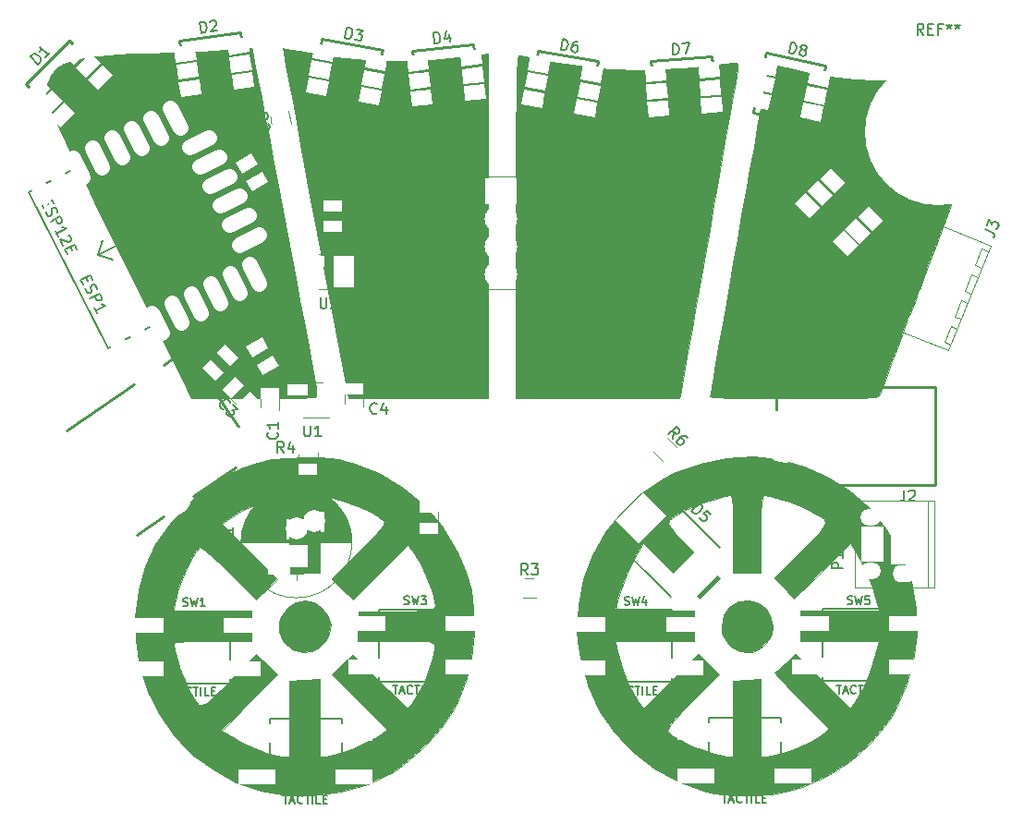
<source format=gto>
G04 #@! TF.FileFunction,Legend,Top*
%FSLAX46Y46*%
G04 Gerber Fmt 4.6, Leading zero omitted, Abs format (unit mm)*
G04 Created by KiCad (PCBNEW 4.0.7-e2-6376~58~ubuntu16.04.1) date Tue Mar 27 00:42:42 2018*
%MOMM*%
%LPD*%
G01*
G04 APERTURE LIST*
%ADD10C,0.100000*%
%ADD11C,0.120000*%
%ADD12C,0.150000*%
%ADD13C,0.250000*%
%ADD14C,0.010000*%
%ADD15R,1.700000X1.100000*%
%ADD16C,1.400000*%
%ADD17C,3.400000*%
%ADD18C,3.000000*%
%ADD19C,2.400000*%
%ADD20R,2.000000X2.000000*%
%ADD21C,2.000000*%
%ADD22R,1.100000X1.700000*%
%ADD23R,1.960000X1.050000*%
%ADD24R,3.500000X1.400000*%
%ADD25C,4.900000*%
%ADD26R,2.050000X0.800000*%
%ADD27O,1.900000X1.500000*%
%ADD28O,2.100000X1.600000*%
%ADD29R,2.900000X1.830000*%
%ADD30C,13.400000*%
%ADD31R,3.000000X2.400000*%
%ADD32O,3.000000X2.400000*%
G04 APERTURE END LIST*
D10*
D11*
X114340000Y-65110000D02*
X114340000Y-66310000D01*
X112580000Y-66310000D02*
X112580000Y-65110000D01*
X107863482Y-61772010D02*
X108712010Y-60923482D01*
X109956518Y-62167990D02*
X109107990Y-63016518D01*
X110947990Y-63883482D02*
X111796518Y-64732010D01*
X110552010Y-65976518D02*
X109703482Y-65127990D01*
X120290000Y-65950000D02*
X120290000Y-64750000D01*
X122050000Y-64750000D02*
X122050000Y-65950000D01*
X112282102Y-43580385D02*
X112882102Y-44619615D01*
X111357898Y-45499615D02*
X110757898Y-44460385D01*
X120100000Y-47960000D02*
X120100000Y-49160000D01*
X118340000Y-49160000D02*
X118340000Y-47960000D01*
D12*
X97708993Y-52113990D02*
X99053990Y-52551007D01*
X97708993Y-52113990D02*
X98146010Y-50768993D01*
X97708993Y-52113990D02*
X101273020Y-50298029D01*
X112924002Y-53340166D02*
X98667898Y-60604014D01*
X98667898Y-60604014D02*
X91404050Y-46347910D01*
X91404050Y-46347910D02*
X105660154Y-39084062D01*
X112924002Y-53340166D02*
X105660154Y-39084062D01*
D13*
X94806621Y-68176380D02*
X101024403Y-63982433D01*
X103724452Y-76032733D02*
X101237339Y-77710312D01*
X110356752Y-71559190D02*
X106418824Y-74215356D01*
X103718775Y-62165056D02*
X105791369Y-60767074D01*
X105791369Y-60767074D02*
X110544508Y-67813893D01*
D11*
X179473306Y-51241070D02*
X173910203Y-48993430D01*
X173910203Y-48993430D02*
X170029279Y-58599055D01*
X170029279Y-58599055D02*
X175592382Y-60846695D01*
X175592382Y-60846695D02*
X179473306Y-51241070D01*
X173396992Y-50263672D02*
X174324176Y-50638279D01*
X174324176Y-50638279D02*
X171469674Y-57703420D01*
X171469674Y-57703420D02*
X170542490Y-57328813D01*
X174324176Y-50638279D02*
X174629213Y-51031156D01*
X174629213Y-51031156D02*
X171962014Y-57632705D01*
X171962014Y-57632705D02*
X171469674Y-57703420D01*
X173303340Y-50495468D02*
X174230524Y-50870075D01*
X170636142Y-57097017D02*
X171563325Y-57471624D01*
X179259781Y-51769565D02*
X178684927Y-51537309D01*
X178684927Y-51537309D02*
X178085556Y-53020803D01*
X178085556Y-53020803D02*
X178660410Y-53253059D01*
X178308280Y-54124612D02*
X177733426Y-53892356D01*
X177733426Y-53892356D02*
X177134055Y-55375850D01*
X177134055Y-55375850D02*
X177708909Y-55608106D01*
X177356779Y-56479659D02*
X176781925Y-56247403D01*
X176781925Y-56247403D02*
X176182554Y-57730897D01*
X176182554Y-57730897D02*
X176757408Y-57963153D01*
X176405278Y-58834706D02*
X175830424Y-58602450D01*
X175830424Y-58602450D02*
X175231054Y-60085944D01*
X175231054Y-60085944D02*
X175805908Y-60318200D01*
X120990000Y-78430000D02*
G75*
G03X120990000Y-78430000I-5090000J0D01*
G01*
X110850000Y-78430000D02*
X120950000Y-78430000D01*
X110850000Y-78390000D02*
X120950000Y-78390000D01*
X110850000Y-78350000D02*
X120950000Y-78350000D01*
X110851000Y-78310000D02*
X120949000Y-78310000D01*
X110852000Y-78270000D02*
X120948000Y-78270000D01*
X110853000Y-78230000D02*
X120947000Y-78230000D01*
X110855000Y-78190000D02*
X120945000Y-78190000D01*
X110857000Y-78150000D02*
X114920000Y-78150000D01*
X116880000Y-78150000D02*
X120943000Y-78150000D01*
X110860000Y-78110000D02*
X114920000Y-78110000D01*
X116880000Y-78110000D02*
X120940000Y-78110000D01*
X110862000Y-78070000D02*
X114920000Y-78070000D01*
X116880000Y-78070000D02*
X120938000Y-78070000D01*
X110865000Y-78030000D02*
X114920000Y-78030000D01*
X116880000Y-78030000D02*
X120935000Y-78030000D01*
X110869000Y-77990000D02*
X114920000Y-77990000D01*
X116880000Y-77990000D02*
X120931000Y-77990000D01*
X110872000Y-77950000D02*
X114920000Y-77950000D01*
X116880000Y-77950000D02*
X120928000Y-77950000D01*
X110876000Y-77910000D02*
X114920000Y-77910000D01*
X116880000Y-77910000D02*
X120924000Y-77910000D01*
X110880000Y-77870000D02*
X114920000Y-77870000D01*
X116880000Y-77870000D02*
X120920000Y-77870000D01*
X110885000Y-77830000D02*
X114920000Y-77830000D01*
X116880000Y-77830000D02*
X120915000Y-77830000D01*
X110890000Y-77790000D02*
X114920000Y-77790000D01*
X116880000Y-77790000D02*
X120910000Y-77790000D01*
X110895000Y-77750000D02*
X114920000Y-77750000D01*
X116880000Y-77750000D02*
X120905000Y-77750000D01*
X110901000Y-77709000D02*
X114920000Y-77709000D01*
X116880000Y-77709000D02*
X120899000Y-77709000D01*
X110907000Y-77669000D02*
X114920000Y-77669000D01*
X116880000Y-77669000D02*
X120893000Y-77669000D01*
X110913000Y-77629000D02*
X114920000Y-77629000D01*
X116880000Y-77629000D02*
X120887000Y-77629000D01*
X110919000Y-77589000D02*
X114920000Y-77589000D01*
X116880000Y-77589000D02*
X120881000Y-77589000D01*
X110926000Y-77549000D02*
X114920000Y-77549000D01*
X116880000Y-77549000D02*
X120874000Y-77549000D01*
X110933000Y-77509000D02*
X114920000Y-77509000D01*
X116880000Y-77509000D02*
X120867000Y-77509000D01*
X110941000Y-77469000D02*
X114920000Y-77469000D01*
X118480000Y-77469000D02*
X120859000Y-77469000D01*
X110949000Y-77429000D02*
X114920000Y-77429000D01*
X118480000Y-77429000D02*
X120851000Y-77429000D01*
X110957000Y-77389000D02*
X114920000Y-77389000D01*
X118480000Y-77389000D02*
X120843000Y-77389000D01*
X110965000Y-77349000D02*
X114920000Y-77349000D01*
X118480000Y-77349000D02*
X120835000Y-77349000D01*
X110974000Y-77309000D02*
X114920000Y-77309000D01*
X118480000Y-77309000D02*
X120826000Y-77309000D01*
X110983000Y-77269000D02*
X114920000Y-77269000D01*
X118480000Y-77269000D02*
X120817000Y-77269000D01*
X110993000Y-77229000D02*
X114920000Y-77229000D01*
X118480000Y-77229000D02*
X120807000Y-77229000D01*
X111003000Y-77189000D02*
X114920000Y-77189000D01*
X118480000Y-77189000D02*
X120797000Y-77189000D01*
X111013000Y-77149000D02*
X114920000Y-77149000D01*
X118480000Y-77149000D02*
X120787000Y-77149000D01*
X111024000Y-77109000D02*
X114920000Y-77109000D01*
X118480000Y-77109000D02*
X120776000Y-77109000D01*
X111035000Y-77069000D02*
X114920000Y-77069000D01*
X118480000Y-77069000D02*
X120765000Y-77069000D01*
X111046000Y-77029000D02*
X114920000Y-77029000D01*
X118480000Y-77029000D02*
X120754000Y-77029000D01*
X111057000Y-76989000D02*
X114920000Y-76989000D01*
X118480000Y-76989000D02*
X120743000Y-76989000D01*
X111069000Y-76949000D02*
X114920000Y-76949000D01*
X118480000Y-76949000D02*
X120731000Y-76949000D01*
X111082000Y-76909000D02*
X114920000Y-76909000D01*
X118480000Y-76909000D02*
X120718000Y-76909000D01*
X111094000Y-76869000D02*
X114920000Y-76869000D01*
X118480000Y-76869000D02*
X120706000Y-76869000D01*
X111108000Y-76829000D02*
X114920000Y-76829000D01*
X118480000Y-76829000D02*
X120692000Y-76829000D01*
X111121000Y-76789000D02*
X114920000Y-76789000D01*
X118480000Y-76789000D02*
X120679000Y-76789000D01*
X111135000Y-76749000D02*
X114920000Y-76749000D01*
X118480000Y-76749000D02*
X120665000Y-76749000D01*
X111149000Y-76709000D02*
X114920000Y-76709000D01*
X118480000Y-76709000D02*
X120651000Y-76709000D01*
X111163000Y-76669000D02*
X114920000Y-76669000D01*
X118480000Y-76669000D02*
X120637000Y-76669000D01*
X111178000Y-76629000D02*
X114920000Y-76629000D01*
X118480000Y-76629000D02*
X120622000Y-76629000D01*
X111194000Y-76589000D02*
X114920000Y-76589000D01*
X118480000Y-76589000D02*
X120606000Y-76589000D01*
X111209000Y-76549000D02*
X114920000Y-76549000D01*
X118480000Y-76549000D02*
X120591000Y-76549000D01*
X111226000Y-76509000D02*
X114920000Y-76509000D01*
X118480000Y-76509000D02*
X120574000Y-76509000D01*
X111242000Y-76469000D02*
X114920000Y-76469000D01*
X118480000Y-76469000D02*
X120558000Y-76469000D01*
X111259000Y-76429000D02*
X114920000Y-76429000D01*
X118480000Y-76429000D02*
X120541000Y-76429000D01*
X111276000Y-76389000D02*
X114920000Y-76389000D01*
X118480000Y-76389000D02*
X120524000Y-76389000D01*
X111294000Y-76349000D02*
X114920000Y-76349000D01*
X118480000Y-76349000D02*
X120506000Y-76349000D01*
X111312000Y-76309000D02*
X114920000Y-76309000D01*
X118480000Y-76309000D02*
X120488000Y-76309000D01*
X111331000Y-76269000D02*
X114920000Y-76269000D01*
X118480000Y-76269000D02*
X120469000Y-76269000D01*
X111350000Y-76229000D02*
X114920000Y-76229000D01*
X118480000Y-76229000D02*
X120450000Y-76229000D01*
X111369000Y-76189000D02*
X116521000Y-76189000D01*
X118480000Y-76189000D02*
X120431000Y-76189000D01*
X111389000Y-76149000D02*
X116521000Y-76149000D01*
X118480000Y-76149000D02*
X120411000Y-76149000D01*
X111409000Y-76109000D02*
X116521000Y-76109000D01*
X118480000Y-76109000D02*
X120391000Y-76109000D01*
X111430000Y-76069000D02*
X116521000Y-76069000D01*
X118480000Y-76069000D02*
X120370000Y-76069000D01*
X111451000Y-76029000D02*
X116521000Y-76029000D01*
X118480000Y-76029000D02*
X120349000Y-76029000D01*
X111472000Y-75989000D02*
X116521000Y-75989000D01*
X118480000Y-75989000D02*
X120328000Y-75989000D01*
X111495000Y-75949000D02*
X116521000Y-75949000D01*
X118480000Y-75949000D02*
X120305000Y-75949000D01*
X111517000Y-75909000D02*
X116521000Y-75909000D01*
X118480000Y-75909000D02*
X120283000Y-75909000D01*
X111540000Y-75869000D02*
X116521000Y-75869000D01*
X118480000Y-75869000D02*
X120260000Y-75869000D01*
X111564000Y-75829000D02*
X116521000Y-75829000D01*
X118480000Y-75829000D02*
X120236000Y-75829000D01*
X111588000Y-75789000D02*
X116521000Y-75789000D01*
X118480000Y-75789000D02*
X120212000Y-75789000D01*
X111612000Y-75749000D02*
X116521000Y-75749000D01*
X118480000Y-75749000D02*
X120188000Y-75749000D01*
X111637000Y-75709000D02*
X116521000Y-75709000D01*
X118480000Y-75709000D02*
X120163000Y-75709000D01*
X111663000Y-75669000D02*
X116521000Y-75669000D01*
X118480000Y-75669000D02*
X120137000Y-75669000D01*
X111689000Y-75629000D02*
X116521000Y-75629000D01*
X118480000Y-75629000D02*
X120111000Y-75629000D01*
X111715000Y-75589000D02*
X116521000Y-75589000D01*
X118480000Y-75589000D02*
X120085000Y-75589000D01*
X111743000Y-75549000D02*
X116521000Y-75549000D01*
X118480000Y-75549000D02*
X120057000Y-75549000D01*
X111770000Y-75509000D02*
X120030000Y-75509000D01*
X111799000Y-75469000D02*
X120001000Y-75469000D01*
X111828000Y-75429000D02*
X119972000Y-75429000D01*
X111857000Y-75389000D02*
X119943000Y-75389000D01*
X111887000Y-75349000D02*
X119913000Y-75349000D01*
X111918000Y-75309000D02*
X119882000Y-75309000D01*
X111949000Y-75269000D02*
X119851000Y-75269000D01*
X111981000Y-75229000D02*
X119819000Y-75229000D01*
X112014000Y-75189000D02*
X119786000Y-75189000D01*
X112047000Y-75149000D02*
X119753000Y-75149000D01*
X112081000Y-75109000D02*
X119719000Y-75109000D01*
X112116000Y-75069000D02*
X119684000Y-75069000D01*
X112152000Y-75029000D02*
X119648000Y-75029000D01*
X112188000Y-74989000D02*
X119612000Y-74989000D01*
X112225000Y-74949000D02*
X119575000Y-74949000D01*
X112263000Y-74909000D02*
X119537000Y-74909000D01*
X112302000Y-74869000D02*
X119498000Y-74869000D01*
X112341000Y-74829000D02*
X119459000Y-74829000D01*
X112382000Y-74789000D02*
X119418000Y-74789000D01*
X112423000Y-74749000D02*
X119377000Y-74749000D01*
X112465000Y-74709000D02*
X119335000Y-74709000D01*
X112509000Y-74669000D02*
X119291000Y-74669000D01*
X112553000Y-74629000D02*
X119247000Y-74629000D01*
X112598000Y-74589000D02*
X119202000Y-74589000D01*
X112645000Y-74549000D02*
X119155000Y-74549000D01*
X112693000Y-74509000D02*
X119107000Y-74509000D01*
X112742000Y-74469000D02*
X119058000Y-74469000D01*
X112792000Y-74429000D02*
X119008000Y-74429000D01*
X112843000Y-74389000D02*
X118957000Y-74389000D01*
X112896000Y-74349000D02*
X118904000Y-74349000D01*
X112951000Y-74309000D02*
X118849000Y-74309000D01*
X113006000Y-74269000D02*
X118794000Y-74269000D01*
X113064000Y-74229000D02*
X118736000Y-74229000D01*
X113123000Y-74189000D02*
X118677000Y-74189000D01*
X113185000Y-74149000D02*
X118615000Y-74149000D01*
X113248000Y-74109000D02*
X118552000Y-74109000D01*
X113313000Y-74069000D02*
X118487000Y-74069000D01*
X113381000Y-74029000D02*
X118419000Y-74029000D01*
X113451000Y-73989000D02*
X118349000Y-73989000D01*
X113523000Y-73949000D02*
X118277000Y-73949000D01*
X113599000Y-73909000D02*
X118201000Y-73909000D01*
X113678000Y-73869000D02*
X118122000Y-73869000D01*
X113760000Y-73829000D02*
X118040000Y-73829000D01*
X113847000Y-73789000D02*
X117953000Y-73789000D01*
X113938000Y-73749000D02*
X117862000Y-73749000D01*
X114034000Y-73709000D02*
X117766000Y-73709000D01*
X114137000Y-73669000D02*
X117663000Y-73669000D01*
X114246000Y-73629000D02*
X117554000Y-73629000D01*
X114364000Y-73589000D02*
X117436000Y-73589000D01*
X114493000Y-73549000D02*
X117307000Y-73549000D01*
X114635000Y-73509000D02*
X117165000Y-73509000D01*
X114796000Y-73469000D02*
X117004000Y-73469000D01*
X114987000Y-73429000D02*
X116813000Y-73429000D01*
X115228000Y-73389000D02*
X116572000Y-73389000D01*
X115621000Y-73349000D02*
X116179000Y-73349000D01*
X115900000Y-81880000D02*
X115900000Y-80680000D01*
X115250000Y-81280000D02*
X116550000Y-81280000D01*
X113252102Y-60420385D02*
X113852102Y-61459615D01*
X112327898Y-62339615D02*
X111727898Y-61300385D01*
X115172442Y-38876305D02*
X115380820Y-40058074D01*
X113647558Y-40363695D02*
X113439180Y-39181926D01*
X137870000Y-83480000D02*
X136670000Y-83480000D01*
X136670000Y-81720000D02*
X137870000Y-81720000D01*
X116080000Y-71390000D02*
X116080000Y-70190000D01*
X117840000Y-70190000D02*
X117840000Y-71390000D01*
X128900000Y-75600000D02*
X128900000Y-76800000D01*
X127140000Y-76800000D02*
X127140000Y-75600000D01*
X118270000Y-63760000D02*
X116470000Y-63760000D01*
X116470000Y-66980000D02*
X118920000Y-66980000D01*
X119760000Y-52030000D02*
X117960000Y-52030000D01*
X117960000Y-55250000D02*
X120410000Y-55250000D01*
D13*
X98807666Y-37026396D02*
X99019798Y-37238528D01*
X99019798Y-37238528D02*
X99868326Y-36390000D01*
X99868326Y-36390000D02*
X99019798Y-35541472D01*
X99019798Y-35541472D02*
X98807666Y-35753604D01*
X98595534Y-35965736D02*
X98807666Y-35753604D01*
X98807666Y-35753604D02*
X99444062Y-36390000D01*
X99444062Y-36390000D02*
X98878377Y-36955685D01*
X98878377Y-36955685D02*
X98807666Y-37026396D01*
X98807666Y-37026396D02*
X98595534Y-36814264D01*
X91524466Y-36814264D02*
X91100202Y-36390000D01*
X91100202Y-36390000D02*
X95060000Y-32430202D01*
X95060000Y-32430202D02*
X95484264Y-32854466D01*
X98595534Y-35965736D02*
X99019798Y-36390000D01*
X99019798Y-36390000D02*
X95060000Y-40349798D01*
X95060000Y-40349798D02*
X94635736Y-39925534D01*
X110960026Y-37633650D02*
X111001778Y-37930731D01*
X111001778Y-37930731D02*
X112190100Y-37763723D01*
X112190100Y-37763723D02*
X112023092Y-36575401D01*
X112023092Y-36575401D02*
X111726012Y-36617153D01*
X111428931Y-36658905D02*
X111726012Y-36617153D01*
X111726012Y-36617153D02*
X111851268Y-37508394D01*
X111851268Y-37508394D02*
X111059053Y-37619733D01*
X111059053Y-37619733D02*
X110960026Y-37633650D01*
X110960026Y-37633650D02*
X110918274Y-37336570D01*
X105271069Y-33081095D02*
X105187565Y-32486934D01*
X105187565Y-32486934D02*
X110733066Y-31707565D01*
X110733066Y-31707565D02*
X110816570Y-32301726D01*
X111428931Y-36658905D02*
X111512435Y-37253066D01*
X111512435Y-37253066D02*
X105966934Y-38032435D01*
X105966934Y-38032435D02*
X105883430Y-37438274D01*
X122138268Y-38984930D02*
X122086173Y-39280372D01*
X122086173Y-39280372D02*
X123267943Y-39488750D01*
X123267943Y-39488750D02*
X123476320Y-38306981D01*
X123476320Y-38306981D02*
X123180878Y-38254886D01*
X122885436Y-38202792D02*
X123180878Y-38254886D01*
X123180878Y-38254886D02*
X123024595Y-39141213D01*
X123024595Y-39141213D02*
X122236748Y-39002295D01*
X122236748Y-39002295D02*
X122138268Y-38984930D01*
X122138268Y-38984930D02*
X122190362Y-38689488D01*
X118134564Y-32897208D02*
X118238753Y-32306323D01*
X118238753Y-32306323D02*
X123753677Y-33278753D01*
X123753677Y-33278753D02*
X123649488Y-33869638D01*
X122885436Y-38202792D02*
X122781247Y-38793677D01*
X122781247Y-38793677D02*
X117266323Y-37821247D01*
X117266323Y-37821247D02*
X117370512Y-37230362D01*
X132131986Y-38703055D02*
X132163345Y-39001412D01*
X132163345Y-39001412D02*
X133356771Y-38875978D01*
X133356771Y-38875978D02*
X133231337Y-37682551D01*
X133231337Y-37682551D02*
X132932980Y-37713910D01*
X132634624Y-37745268D02*
X132932980Y-37713910D01*
X132932980Y-37713910D02*
X133027056Y-38608980D01*
X133027056Y-38608980D02*
X132231439Y-38692602D01*
X132231439Y-38692602D02*
X132131986Y-38703055D01*
X132131986Y-38703055D02*
X132100628Y-38404699D01*
X126605376Y-33954732D02*
X126542659Y-33358018D01*
X126542659Y-33358018D02*
X132111982Y-32772659D01*
X132111982Y-32772659D02*
X132174699Y-33369372D01*
X132634624Y-37745268D02*
X132697341Y-38341982D01*
X132697341Y-38341982D02*
X127128018Y-38927341D01*
X127128018Y-38927341D02*
X127065301Y-38330628D01*
X141908268Y-40044930D02*
X141856173Y-40340372D01*
X141856173Y-40340372D02*
X143037943Y-40548750D01*
X143037943Y-40548750D02*
X143246320Y-39366981D01*
X143246320Y-39366981D02*
X142950878Y-39314886D01*
X142655436Y-39262792D02*
X142950878Y-39314886D01*
X142950878Y-39314886D02*
X142794595Y-40201213D01*
X142794595Y-40201213D02*
X142006748Y-40062295D01*
X142006748Y-40062295D02*
X141908268Y-40044930D01*
X141908268Y-40044930D02*
X141960362Y-39749488D01*
X137904564Y-33957208D02*
X138008753Y-33366323D01*
X138008753Y-33366323D02*
X143523677Y-34338753D01*
X143523677Y-34338753D02*
X143419488Y-34929638D01*
X142655436Y-39262792D02*
X142551247Y-39853677D01*
X142551247Y-39853677D02*
X137036323Y-38881247D01*
X137036323Y-38881247D02*
X137140512Y-38290362D01*
X153780886Y-39858984D02*
X153801813Y-40158254D01*
X153801813Y-40158254D02*
X154998890Y-40074546D01*
X154998890Y-40074546D02*
X154915182Y-38877469D01*
X154915182Y-38877469D02*
X154615913Y-38898396D01*
X154316644Y-38919323D02*
X154615913Y-38898396D01*
X154615913Y-38898396D02*
X154678694Y-39796203D01*
X154678694Y-39796203D02*
X153880642Y-39852009D01*
X153880642Y-39852009D02*
X153780886Y-39858984D01*
X153780886Y-39858984D02*
X153759959Y-39559715D01*
X148423356Y-34920677D02*
X148381503Y-34322139D01*
X148381503Y-34322139D02*
X153967861Y-33931503D01*
X153967861Y-33931503D02*
X154009715Y-34530041D01*
X154316644Y-38919323D02*
X154358497Y-39517861D01*
X154358497Y-39517861D02*
X148772139Y-39908497D01*
X148772139Y-39908497D02*
X148730285Y-39309959D01*
X162567398Y-40394663D02*
X162505025Y-40688108D01*
X162505025Y-40688108D02*
X163678802Y-40937602D01*
X163678802Y-40937602D02*
X163928296Y-39763824D01*
X163928296Y-39763824D02*
X163634852Y-39701451D01*
X163341408Y-39639077D02*
X163634852Y-39701451D01*
X163634852Y-39701451D02*
X163447731Y-40581784D01*
X163447731Y-40581784D02*
X162665213Y-40415454D01*
X162665213Y-40415454D02*
X162567398Y-40394663D01*
X162567398Y-40394663D02*
X162629772Y-40101219D01*
X158778592Y-34170923D02*
X158903339Y-33584034D01*
X158903339Y-33584034D02*
X164380966Y-34748339D01*
X164380966Y-34748339D02*
X164256219Y-35335228D01*
X163341408Y-39639077D02*
X163216661Y-40225966D01*
X163216661Y-40225966D02*
X157739034Y-39061661D01*
X157739034Y-39061661D02*
X157863781Y-38474772D01*
X164983604Y-51907666D02*
X164771472Y-52119798D01*
X164771472Y-52119798D02*
X165620000Y-52968326D01*
X165620000Y-52968326D02*
X166468528Y-52119798D01*
X166468528Y-52119798D02*
X166256396Y-51907666D01*
X166044264Y-51695534D02*
X166256396Y-51907666D01*
X166256396Y-51907666D02*
X165620000Y-52544062D01*
X165620000Y-52544062D02*
X165054315Y-51978377D01*
X165054315Y-51978377D02*
X164983604Y-51907666D01*
X164983604Y-51907666D02*
X165195736Y-51695534D01*
X165195736Y-44624466D02*
X165620000Y-44200202D01*
X165620000Y-44200202D02*
X169579798Y-48160000D01*
X169579798Y-48160000D02*
X169155534Y-48584264D01*
X166044264Y-51695534D02*
X165620000Y-52119798D01*
X165620000Y-52119798D02*
X161660202Y-48160000D01*
X161660202Y-48160000D02*
X162084466Y-47735736D01*
D12*
X109810000Y-84740000D02*
X109810000Y-85140000D01*
X103210000Y-86940000D02*
X103210000Y-89140000D01*
X109810000Y-89140000D02*
X109810000Y-86940000D01*
X103210000Y-90940000D02*
X103210000Y-91340000D01*
X103210000Y-91340000D02*
X109810000Y-91340000D01*
X109810000Y-91340000D02*
X109810000Y-90940000D01*
X103210000Y-84740000D02*
X103210000Y-85140000D01*
X103210000Y-84740000D02*
X109810000Y-84740000D01*
X120030000Y-94630000D02*
X120030000Y-95030000D01*
X113430000Y-96830000D02*
X113430000Y-99030000D01*
X120030000Y-99030000D02*
X120030000Y-96830000D01*
X113430000Y-100830000D02*
X113430000Y-101230000D01*
X113430000Y-101230000D02*
X120030000Y-101230000D01*
X120030000Y-101230000D02*
X120030000Y-100830000D01*
X113430000Y-94630000D02*
X113430000Y-95030000D01*
X113430000Y-94630000D02*
X120030000Y-94630000D01*
X130090000Y-84570000D02*
X130090000Y-84970000D01*
X123490000Y-86770000D02*
X123490000Y-88970000D01*
X130090000Y-88970000D02*
X130090000Y-86770000D01*
X123490000Y-90770000D02*
X123490000Y-91170000D01*
X123490000Y-91170000D02*
X130090000Y-91170000D01*
X130090000Y-91170000D02*
X130090000Y-90770000D01*
X123490000Y-84570000D02*
X123490000Y-84970000D01*
X123490000Y-84570000D02*
X130090000Y-84570000D01*
X150290000Y-84630000D02*
X150290000Y-85030000D01*
X143690000Y-86830000D02*
X143690000Y-89030000D01*
X150290000Y-89030000D02*
X150290000Y-86830000D01*
X143690000Y-90830000D02*
X143690000Y-91230000D01*
X143690000Y-91230000D02*
X150290000Y-91230000D01*
X150290000Y-91230000D02*
X150290000Y-90830000D01*
X143690000Y-84630000D02*
X143690000Y-85030000D01*
X143690000Y-84630000D02*
X150290000Y-84630000D01*
X170710000Y-84560000D02*
X170710000Y-84960000D01*
X164110000Y-86760000D02*
X164110000Y-88960000D01*
X170710000Y-88960000D02*
X170710000Y-86760000D01*
X164110000Y-90760000D02*
X164110000Y-91160000D01*
X164110000Y-91160000D02*
X170710000Y-91160000D01*
X170710000Y-91160000D02*
X170710000Y-90760000D01*
X164110000Y-84560000D02*
X164110000Y-84960000D01*
X164110000Y-84560000D02*
X170710000Y-84560000D01*
X160270000Y-94540000D02*
X160270000Y-94940000D01*
X153670000Y-96740000D02*
X153670000Y-98940000D01*
X160270000Y-98940000D02*
X160270000Y-96740000D01*
X153670000Y-100740000D02*
X153670000Y-101140000D01*
X153670000Y-101140000D02*
X160270000Y-101140000D01*
X160270000Y-101140000D02*
X160270000Y-100740000D01*
X153670000Y-94540000D02*
X153670000Y-94940000D01*
X153670000Y-94540000D02*
X160270000Y-94540000D01*
D13*
X174400000Y-64200000D02*
X174400000Y-73200000D01*
X174400000Y-73200000D02*
X159900000Y-73200000D01*
X159900000Y-73200000D02*
X159900000Y-64200000D01*
X159900000Y-64200000D02*
X174400000Y-64200000D01*
D11*
X174350000Y-82600000D02*
X174350000Y-74600000D01*
X167030000Y-82600000D02*
X167030000Y-74600000D01*
X167030000Y-74600000D02*
X174350000Y-74600000D01*
X173730000Y-74600000D02*
X173730000Y-82600000D01*
X174350000Y-82600000D02*
X167030000Y-82600000D01*
D12*
X150192132Y-83447615D02*
X144323146Y-77578629D01*
X148848629Y-73053146D02*
X154717615Y-78922132D01*
D11*
X149462010Y-70956518D02*
X148613482Y-70107990D01*
X149857990Y-68863482D02*
X150706518Y-69712010D01*
D14*
G36*
X118005156Y-70658163D02*
X118980238Y-70716108D01*
X119794348Y-70830896D01*
X120578252Y-71017736D01*
X120971667Y-71134216D01*
X123445093Y-72103498D01*
X125643659Y-73394667D01*
X127565913Y-75006481D01*
X129210404Y-76937696D01*
X130575682Y-79187070D01*
X130727937Y-79493224D01*
X131435278Y-81157086D01*
X131890702Y-82774641D01*
X132120676Y-84482845D01*
X132151669Y-86418658D01*
X132138546Y-86792506D01*
X131916450Y-89082060D01*
X131431942Y-91130844D01*
X130653336Y-93053017D01*
X130131666Y-94023300D01*
X129440163Y-95032751D01*
X128500022Y-96157241D01*
X127414753Y-97292067D01*
X126287869Y-98332528D01*
X125222882Y-99173919D01*
X124706926Y-99510429D01*
X122447214Y-100598286D01*
X120016317Y-101315669D01*
X117467589Y-101650981D01*
X115045000Y-101610356D01*
X112623274Y-101195948D01*
X110353462Y-100410640D01*
X108264666Y-99288662D01*
X106385990Y-97864241D01*
X104746537Y-96171608D01*
X103375411Y-94244989D01*
X102301715Y-92118616D01*
X101554553Y-89826715D01*
X101163027Y-87403515D01*
X101132559Y-85247822D01*
X101197362Y-84710000D01*
X104626220Y-84710000D01*
X111772298Y-84710000D01*
X111768232Y-86085571D01*
X111764167Y-87461141D01*
X108218750Y-87461404D01*
X106856098Y-87468695D01*
X105868732Y-87492796D01*
X105208810Y-87537393D01*
X104828487Y-87606176D01*
X104679920Y-87702831D01*
X104673334Y-87734696D01*
X104757311Y-88336218D01*
X104979146Y-89180952D01*
X105293694Y-90130377D01*
X105655809Y-91045970D01*
X105958409Y-91677759D01*
X106370793Y-92453795D01*
X106688747Y-92997252D01*
X106972396Y-93300383D01*
X107281866Y-93355443D01*
X107677285Y-93154685D01*
X108218779Y-92690363D01*
X108966472Y-91954732D01*
X109726819Y-91192279D01*
X112232564Y-88693062D01*
X114165254Y-90530834D01*
X111622195Y-93093536D01*
X109079137Y-95656238D01*
X110209985Y-96356651D01*
X111110434Y-96849597D01*
X112137624Y-97311813D01*
X113165842Y-97695884D01*
X114069374Y-97954395D01*
X114674584Y-98040536D01*
X115256667Y-98045000D01*
X115256667Y-91096122D01*
X116632944Y-91025144D01*
X118009222Y-90954167D01*
X118008778Y-94499584D01*
X118008334Y-98045000D01*
X118590417Y-98040536D01*
X119267346Y-97938183D01*
X120181543Y-97671338D01*
X121204401Y-97288458D01*
X122207316Y-96838002D01*
X123061681Y-96368428D01*
X123110773Y-96337268D01*
X124180478Y-95650839D01*
X121649868Y-93090836D01*
X119119258Y-90530834D01*
X120089608Y-89625673D01*
X121059959Y-88720513D01*
X123564053Y-91213173D01*
X126068146Y-93705834D01*
X126483670Y-93176667D01*
X127026079Y-92342872D01*
X127571740Y-91264636D01*
X128040607Y-90112577D01*
X128284166Y-89338946D01*
X128468664Y-88662270D01*
X128573709Y-88170627D01*
X128548632Y-87834640D01*
X128342762Y-87624935D01*
X127905429Y-87512136D01*
X127185963Y-87466867D01*
X126133694Y-87459754D01*
X125046250Y-87461796D01*
X121500834Y-87461925D01*
X121530802Y-86138879D01*
X121560770Y-84815834D01*
X125076218Y-84757799D01*
X126423531Y-84737181D01*
X127397664Y-84705995D01*
X128048285Y-84633459D01*
X128425065Y-84488791D01*
X128577674Y-84241207D01*
X128555780Y-83859925D01*
X128409054Y-83314161D01*
X128250561Y-82790501D01*
X127806535Y-81544707D01*
X127252892Y-80365066D01*
X126665016Y-79406789D01*
X126508970Y-79204647D01*
X126075154Y-78677500D01*
X121077500Y-83634014D01*
X119129738Y-81782976D01*
X121629857Y-79289370D01*
X122579524Y-78329758D01*
X123251052Y-77617664D01*
X123676978Y-77113047D01*
X123889841Y-76775866D01*
X123922181Y-76566080D01*
X123890613Y-76507350D01*
X123357280Y-76057572D01*
X122516739Y-75568851D01*
X121476201Y-75088651D01*
X120342878Y-74664439D01*
X119223983Y-74343678D01*
X118802084Y-74254529D01*
X118008334Y-74107484D01*
X118008308Y-77662492D01*
X118008283Y-81217500D01*
X116632475Y-81232903D01*
X115256667Y-81248305D01*
X115256667Y-74107484D01*
X114462917Y-74250806D01*
X113326195Y-74544392D01*
X112062750Y-75008509D01*
X110864682Y-75564934D01*
X110043957Y-76050158D01*
X109068964Y-76720971D01*
X114118646Y-81770653D01*
X112215774Y-83673525D01*
X109737530Y-81201737D01*
X108899461Y-80386392D01*
X108155391Y-79701101D01*
X107559370Y-79192605D01*
X107165452Y-78907648D01*
X107037618Y-78866948D01*
X106682711Y-79244722D01*
X106261470Y-79932998D01*
X105817868Y-80833569D01*
X105395877Y-81848228D01*
X105039470Y-82878767D01*
X104792620Y-83826979D01*
X104773945Y-83922560D01*
X104626220Y-84710000D01*
X101197362Y-84710000D01*
X101422082Y-82844978D01*
X102036840Y-80654645D01*
X103002255Y-78621581D01*
X104343745Y-76690548D01*
X105815683Y-75071243D01*
X106791211Y-74136886D01*
X107615808Y-73439783D01*
X108408155Y-72890818D01*
X109286934Y-72400871D01*
X109541667Y-72273410D01*
X111029136Y-71594189D01*
X112355997Y-71124523D01*
X113668189Y-70831324D01*
X115111654Y-70681506D01*
X116738334Y-70641852D01*
X118005156Y-70658163D01*
X118005156Y-70658163D01*
G37*
X118005156Y-70658163D02*
X118980238Y-70716108D01*
X119794348Y-70830896D01*
X120578252Y-71017736D01*
X120971667Y-71134216D01*
X123445093Y-72103498D01*
X125643659Y-73394667D01*
X127565913Y-75006481D01*
X129210404Y-76937696D01*
X130575682Y-79187070D01*
X130727937Y-79493224D01*
X131435278Y-81157086D01*
X131890702Y-82774641D01*
X132120676Y-84482845D01*
X132151669Y-86418658D01*
X132138546Y-86792506D01*
X131916450Y-89082060D01*
X131431942Y-91130844D01*
X130653336Y-93053017D01*
X130131666Y-94023300D01*
X129440163Y-95032751D01*
X128500022Y-96157241D01*
X127414753Y-97292067D01*
X126287869Y-98332528D01*
X125222882Y-99173919D01*
X124706926Y-99510429D01*
X122447214Y-100598286D01*
X120016317Y-101315669D01*
X117467589Y-101650981D01*
X115045000Y-101610356D01*
X112623274Y-101195948D01*
X110353462Y-100410640D01*
X108264666Y-99288662D01*
X106385990Y-97864241D01*
X104746537Y-96171608D01*
X103375411Y-94244989D01*
X102301715Y-92118616D01*
X101554553Y-89826715D01*
X101163027Y-87403515D01*
X101132559Y-85247822D01*
X101197362Y-84710000D01*
X104626220Y-84710000D01*
X111772298Y-84710000D01*
X111768232Y-86085571D01*
X111764167Y-87461141D01*
X108218750Y-87461404D01*
X106856098Y-87468695D01*
X105868732Y-87492796D01*
X105208810Y-87537393D01*
X104828487Y-87606176D01*
X104679920Y-87702831D01*
X104673334Y-87734696D01*
X104757311Y-88336218D01*
X104979146Y-89180952D01*
X105293694Y-90130377D01*
X105655809Y-91045970D01*
X105958409Y-91677759D01*
X106370793Y-92453795D01*
X106688747Y-92997252D01*
X106972396Y-93300383D01*
X107281866Y-93355443D01*
X107677285Y-93154685D01*
X108218779Y-92690363D01*
X108966472Y-91954732D01*
X109726819Y-91192279D01*
X112232564Y-88693062D01*
X114165254Y-90530834D01*
X111622195Y-93093536D01*
X109079137Y-95656238D01*
X110209985Y-96356651D01*
X111110434Y-96849597D01*
X112137624Y-97311813D01*
X113165842Y-97695884D01*
X114069374Y-97954395D01*
X114674584Y-98040536D01*
X115256667Y-98045000D01*
X115256667Y-91096122D01*
X116632944Y-91025144D01*
X118009222Y-90954167D01*
X118008778Y-94499584D01*
X118008334Y-98045000D01*
X118590417Y-98040536D01*
X119267346Y-97938183D01*
X120181543Y-97671338D01*
X121204401Y-97288458D01*
X122207316Y-96838002D01*
X123061681Y-96368428D01*
X123110773Y-96337268D01*
X124180478Y-95650839D01*
X121649868Y-93090836D01*
X119119258Y-90530834D01*
X120089608Y-89625673D01*
X121059959Y-88720513D01*
X123564053Y-91213173D01*
X126068146Y-93705834D01*
X126483670Y-93176667D01*
X127026079Y-92342872D01*
X127571740Y-91264636D01*
X128040607Y-90112577D01*
X128284166Y-89338946D01*
X128468664Y-88662270D01*
X128573709Y-88170627D01*
X128548632Y-87834640D01*
X128342762Y-87624935D01*
X127905429Y-87512136D01*
X127185963Y-87466867D01*
X126133694Y-87459754D01*
X125046250Y-87461796D01*
X121500834Y-87461925D01*
X121530802Y-86138879D01*
X121560770Y-84815834D01*
X125076218Y-84757799D01*
X126423531Y-84737181D01*
X127397664Y-84705995D01*
X128048285Y-84633459D01*
X128425065Y-84488791D01*
X128577674Y-84241207D01*
X128555780Y-83859925D01*
X128409054Y-83314161D01*
X128250561Y-82790501D01*
X127806535Y-81544707D01*
X127252892Y-80365066D01*
X126665016Y-79406789D01*
X126508970Y-79204647D01*
X126075154Y-78677500D01*
X121077500Y-83634014D01*
X119129738Y-81782976D01*
X121629857Y-79289370D01*
X122579524Y-78329758D01*
X123251052Y-77617664D01*
X123676978Y-77113047D01*
X123889841Y-76775866D01*
X123922181Y-76566080D01*
X123890613Y-76507350D01*
X123357280Y-76057572D01*
X122516739Y-75568851D01*
X121476201Y-75088651D01*
X120342878Y-74664439D01*
X119223983Y-74343678D01*
X118802084Y-74254529D01*
X118008334Y-74107484D01*
X118008308Y-77662492D01*
X118008283Y-81217500D01*
X116632475Y-81232903D01*
X115256667Y-81248305D01*
X115256667Y-74107484D01*
X114462917Y-74250806D01*
X113326195Y-74544392D01*
X112062750Y-75008509D01*
X110864682Y-75564934D01*
X110043957Y-76050158D01*
X109068964Y-76720971D01*
X114118646Y-81770653D01*
X112215774Y-83673525D01*
X109737530Y-81201737D01*
X108899461Y-80386392D01*
X108155391Y-79701101D01*
X107559370Y-79192605D01*
X107165452Y-78907648D01*
X107037618Y-78866948D01*
X106682711Y-79244722D01*
X106261470Y-79932998D01*
X105817868Y-80833569D01*
X105395877Y-81848228D01*
X105039470Y-82878767D01*
X104792620Y-83826979D01*
X104773945Y-83922560D01*
X104626220Y-84710000D01*
X101197362Y-84710000D01*
X101422082Y-82844978D01*
X102036840Y-80654645D01*
X103002255Y-78621581D01*
X104343745Y-76690548D01*
X105815683Y-75071243D01*
X106791211Y-74136886D01*
X107615808Y-73439783D01*
X108408155Y-72890818D01*
X109286934Y-72400871D01*
X109541667Y-72273410D01*
X111029136Y-71594189D01*
X112355997Y-71124523D01*
X113668189Y-70831324D01*
X115111654Y-70681506D01*
X116738334Y-70641852D01*
X118005156Y-70658163D01*
G36*
X160098211Y-70826065D02*
X162388995Y-71444272D01*
X164557972Y-72408150D01*
X166566035Y-73703461D01*
X168374076Y-75315967D01*
X169942986Y-77231429D01*
X171233657Y-79435609D01*
X171353319Y-79687244D01*
X172205203Y-82006962D01*
X172665951Y-84421112D01*
X172740133Y-86873692D01*
X172432316Y-89308703D01*
X171747070Y-91670144D01*
X170688963Y-93902015D01*
X170119646Y-94809165D01*
X168516325Y-96805115D01*
X166634612Y-98502440D01*
X164516642Y-99871368D01*
X162204547Y-100882131D01*
X161026105Y-101234424D01*
X159475100Y-101511204D01*
X157702145Y-101634002D01*
X155876134Y-101603196D01*
X154165964Y-101419168D01*
X153193580Y-101216805D01*
X150856057Y-100390443D01*
X148689234Y-99199525D01*
X146735692Y-97682978D01*
X145038012Y-95879727D01*
X143638777Y-93828698D01*
X142580567Y-91568815D01*
X142550695Y-91487691D01*
X141873171Y-89045565D01*
X141695859Y-87461667D01*
X145093601Y-87461667D01*
X145224694Y-88043750D01*
X145700577Y-89827588D01*
X146271835Y-91310684D01*
X146987748Y-92613111D01*
X147274562Y-93038518D01*
X147699832Y-93641202D01*
X150207951Y-91139618D01*
X152716070Y-88638033D01*
X153674225Y-89578390D01*
X154632379Y-90518748D01*
X152158679Y-92998909D01*
X151220674Y-93951187D01*
X150558482Y-94655976D01*
X150138676Y-95154891D01*
X149927829Y-95489548D01*
X149892513Y-95701562D01*
X149929673Y-95773909D01*
X150419517Y-96180308D01*
X151206810Y-96637275D01*
X152177292Y-97096863D01*
X153216702Y-97511124D01*
X154210779Y-97832110D01*
X155045262Y-98011872D01*
X155314584Y-98033617D01*
X155896667Y-98045000D01*
X155896667Y-91097601D01*
X157167053Y-91025884D01*
X158437438Y-90954167D01*
X158437053Y-94499584D01*
X158436667Y-98045000D01*
X158927416Y-98045000D01*
X159744332Y-97935061D01*
X160779358Y-97640406D01*
X161900143Y-97213778D01*
X162974333Y-96707920D01*
X163869577Y-96175575D01*
X164153687Y-95962303D01*
X164680834Y-95528488D01*
X162151298Y-92983918D01*
X161326210Y-92145053D01*
X160625465Y-91415554D01*
X160095578Y-90845262D01*
X159783064Y-90484017D01*
X159720381Y-90379258D01*
X159916768Y-90213162D01*
X160323033Y-89845468D01*
X160718703Y-89479169D01*
X161618406Y-88639172D01*
X166633502Y-93641202D01*
X167058772Y-93038518D01*
X167835454Y-91770319D01*
X168450632Y-90362510D01*
X168953583Y-88695017D01*
X169108640Y-88043750D01*
X169239732Y-87461667D01*
X162035000Y-87461667D01*
X162035000Y-84710000D01*
X169239732Y-84710000D01*
X169111182Y-84127917D01*
X168667062Y-82548013D01*
X168064788Y-81016151D01*
X167399340Y-79755196D01*
X166633259Y-78530454D01*
X164069546Y-81059673D01*
X161505834Y-83588891D01*
X160583851Y-82640499D01*
X159661869Y-81692106D01*
X162171351Y-79168283D01*
X163128298Y-78209442D01*
X163806642Y-77503737D01*
X164213900Y-76992297D01*
X164357585Y-76616252D01*
X164245214Y-76316730D01*
X163884300Y-76034862D01*
X163282361Y-75711776D01*
X162653075Y-75394670D01*
X161910397Y-75062685D01*
X161010477Y-74727441D01*
X160086816Y-74431445D01*
X159272918Y-74217203D01*
X158702282Y-74127224D01*
X158670697Y-74126667D01*
X158573788Y-74301233D01*
X158503556Y-74837050D01*
X158458803Y-75752295D01*
X158438330Y-77065145D01*
X158436667Y-77675611D01*
X158436667Y-81224556D01*
X155896667Y-81224556D01*
X155896667Y-77675611D01*
X155885155Y-76206030D01*
X155849822Y-75140999D01*
X155789467Y-74462342D01*
X155702893Y-74151882D01*
X155662636Y-74126667D01*
X155117608Y-74204693D01*
X154318479Y-74410432D01*
X153398750Y-74701377D01*
X152491924Y-75035020D01*
X151731502Y-75368854D01*
X151680259Y-75394670D01*
X150896234Y-75790422D01*
X150347396Y-76099215D01*
X150041260Y-76379919D01*
X149985343Y-76691407D01*
X150187157Y-77092547D01*
X150654220Y-77642210D01*
X151394046Y-78399268D01*
X152161982Y-79168283D01*
X154671464Y-81692106D01*
X153749482Y-82640499D01*
X152827500Y-83588891D01*
X147707494Y-78537855D01*
X147021756Y-79606486D01*
X146215503Y-81098365D01*
X145598611Y-82711906D01*
X145327250Y-83795066D01*
X145156321Y-84710000D01*
X152298334Y-84710000D01*
X152298334Y-87461667D01*
X145093601Y-87461667D01*
X141695859Y-87461667D01*
X141598719Y-86593942D01*
X141710723Y-84173368D01*
X142192563Y-81824388D01*
X143027622Y-79587546D01*
X144199282Y-77503388D01*
X145690925Y-75612459D01*
X147485933Y-73955304D01*
X149567688Y-72572469D01*
X150499167Y-72094716D01*
X152886098Y-71187855D01*
X155307655Y-70683619D01*
X157724728Y-70567768D01*
X160098211Y-70826065D01*
X160098211Y-70826065D01*
G37*
X160098211Y-70826065D02*
X162388995Y-71444272D01*
X164557972Y-72408150D01*
X166566035Y-73703461D01*
X168374076Y-75315967D01*
X169942986Y-77231429D01*
X171233657Y-79435609D01*
X171353319Y-79687244D01*
X172205203Y-82006962D01*
X172665951Y-84421112D01*
X172740133Y-86873692D01*
X172432316Y-89308703D01*
X171747070Y-91670144D01*
X170688963Y-93902015D01*
X170119646Y-94809165D01*
X168516325Y-96805115D01*
X166634612Y-98502440D01*
X164516642Y-99871368D01*
X162204547Y-100882131D01*
X161026105Y-101234424D01*
X159475100Y-101511204D01*
X157702145Y-101634002D01*
X155876134Y-101603196D01*
X154165964Y-101419168D01*
X153193580Y-101216805D01*
X150856057Y-100390443D01*
X148689234Y-99199525D01*
X146735692Y-97682978D01*
X145038012Y-95879727D01*
X143638777Y-93828698D01*
X142580567Y-91568815D01*
X142550695Y-91487691D01*
X141873171Y-89045565D01*
X141695859Y-87461667D01*
X145093601Y-87461667D01*
X145224694Y-88043750D01*
X145700577Y-89827588D01*
X146271835Y-91310684D01*
X146987748Y-92613111D01*
X147274562Y-93038518D01*
X147699832Y-93641202D01*
X150207951Y-91139618D01*
X152716070Y-88638033D01*
X153674225Y-89578390D01*
X154632379Y-90518748D01*
X152158679Y-92998909D01*
X151220674Y-93951187D01*
X150558482Y-94655976D01*
X150138676Y-95154891D01*
X149927829Y-95489548D01*
X149892513Y-95701562D01*
X149929673Y-95773909D01*
X150419517Y-96180308D01*
X151206810Y-96637275D01*
X152177292Y-97096863D01*
X153216702Y-97511124D01*
X154210779Y-97832110D01*
X155045262Y-98011872D01*
X155314584Y-98033617D01*
X155896667Y-98045000D01*
X155896667Y-91097601D01*
X157167053Y-91025884D01*
X158437438Y-90954167D01*
X158437053Y-94499584D01*
X158436667Y-98045000D01*
X158927416Y-98045000D01*
X159744332Y-97935061D01*
X160779358Y-97640406D01*
X161900143Y-97213778D01*
X162974333Y-96707920D01*
X163869577Y-96175575D01*
X164153687Y-95962303D01*
X164680834Y-95528488D01*
X162151298Y-92983918D01*
X161326210Y-92145053D01*
X160625465Y-91415554D01*
X160095578Y-90845262D01*
X159783064Y-90484017D01*
X159720381Y-90379258D01*
X159916768Y-90213162D01*
X160323033Y-89845468D01*
X160718703Y-89479169D01*
X161618406Y-88639172D01*
X166633502Y-93641202D01*
X167058772Y-93038518D01*
X167835454Y-91770319D01*
X168450632Y-90362510D01*
X168953583Y-88695017D01*
X169108640Y-88043750D01*
X169239732Y-87461667D01*
X162035000Y-87461667D01*
X162035000Y-84710000D01*
X169239732Y-84710000D01*
X169111182Y-84127917D01*
X168667062Y-82548013D01*
X168064788Y-81016151D01*
X167399340Y-79755196D01*
X166633259Y-78530454D01*
X164069546Y-81059673D01*
X161505834Y-83588891D01*
X160583851Y-82640499D01*
X159661869Y-81692106D01*
X162171351Y-79168283D01*
X163128298Y-78209442D01*
X163806642Y-77503737D01*
X164213900Y-76992297D01*
X164357585Y-76616252D01*
X164245214Y-76316730D01*
X163884300Y-76034862D01*
X163282361Y-75711776D01*
X162653075Y-75394670D01*
X161910397Y-75062685D01*
X161010477Y-74727441D01*
X160086816Y-74431445D01*
X159272918Y-74217203D01*
X158702282Y-74127224D01*
X158670697Y-74126667D01*
X158573788Y-74301233D01*
X158503556Y-74837050D01*
X158458803Y-75752295D01*
X158438330Y-77065145D01*
X158436667Y-77675611D01*
X158436667Y-81224556D01*
X155896667Y-81224556D01*
X155896667Y-77675611D01*
X155885155Y-76206030D01*
X155849822Y-75140999D01*
X155789467Y-74462342D01*
X155702893Y-74151882D01*
X155662636Y-74126667D01*
X155117608Y-74204693D01*
X154318479Y-74410432D01*
X153398750Y-74701377D01*
X152491924Y-75035020D01*
X151731502Y-75368854D01*
X151680259Y-75394670D01*
X150896234Y-75790422D01*
X150347396Y-76099215D01*
X150041260Y-76379919D01*
X149985343Y-76691407D01*
X150187157Y-77092547D01*
X150654220Y-77642210D01*
X151394046Y-78399268D01*
X152161982Y-79168283D01*
X154671464Y-81692106D01*
X153749482Y-82640499D01*
X152827500Y-83588891D01*
X147707494Y-78537855D01*
X147021756Y-79606486D01*
X146215503Y-81098365D01*
X145598611Y-82711906D01*
X145327250Y-83795066D01*
X145156321Y-84710000D01*
X152298334Y-84710000D01*
X152298334Y-87461667D01*
X145093601Y-87461667D01*
X141695859Y-87461667D01*
X141598719Y-86593942D01*
X141710723Y-84173368D01*
X142192563Y-81824388D01*
X143027622Y-79587546D01*
X144199282Y-77503388D01*
X145690925Y-75612459D01*
X147485933Y-73955304D01*
X149567688Y-72572469D01*
X150499167Y-72094716D01*
X152886098Y-71187855D01*
X155307655Y-70683619D01*
X157724728Y-70567768D01*
X160098211Y-70826065D01*
G36*
X111771804Y-33106248D02*
X111825208Y-33323685D01*
X111948770Y-33918235D01*
X112135097Y-34850842D01*
X112376798Y-36082448D01*
X112666481Y-37573998D01*
X112996755Y-39286435D01*
X113360227Y-41180701D01*
X113749506Y-43217742D01*
X114157201Y-45358499D01*
X114575919Y-47563916D01*
X114998268Y-49794937D01*
X115416857Y-52012505D01*
X115824295Y-54177563D01*
X116213189Y-56251055D01*
X116576147Y-58193925D01*
X116905779Y-59967115D01*
X117194692Y-61531569D01*
X117435494Y-62848230D01*
X117620793Y-63878043D01*
X117743199Y-64581949D01*
X117795319Y-64920893D01*
X117796667Y-64940490D01*
X117736204Y-65030203D01*
X117526223Y-65100435D01*
X117123831Y-65153382D01*
X116486138Y-65191239D01*
X115570254Y-65216205D01*
X114333286Y-65230475D01*
X112732345Y-65236245D01*
X112013491Y-65236667D01*
X106230315Y-65236667D01*
X99645533Y-51848750D01*
X98547130Y-49608223D01*
X97502499Y-47463226D01*
X96527086Y-45446370D01*
X95636340Y-43590263D01*
X94845707Y-41927515D01*
X94170635Y-40490736D01*
X93626571Y-39312535D01*
X93228963Y-38425523D01*
X92993257Y-37862308D01*
X92932876Y-37678234D01*
X92969208Y-36665010D01*
X93367310Y-35688950D01*
X93909979Y-35028422D01*
X94579227Y-34600255D01*
X95579380Y-34252598D01*
X96928759Y-33982475D01*
X98645684Y-33786912D01*
X100748474Y-33662934D01*
X102614887Y-33614770D01*
X104134751Y-33580648D01*
X105679867Y-33524628D01*
X107139253Y-33452247D01*
X108401923Y-33369043D01*
X109356894Y-33280553D01*
X109388540Y-33276812D01*
X110323371Y-33174929D01*
X111092588Y-33109784D01*
X111605790Y-33087845D01*
X111771804Y-33106248D01*
X111771804Y-33106248D01*
G37*
X111771804Y-33106248D02*
X111825208Y-33323685D01*
X111948770Y-33918235D01*
X112135097Y-34850842D01*
X112376798Y-36082448D01*
X112666481Y-37573998D01*
X112996755Y-39286435D01*
X113360227Y-41180701D01*
X113749506Y-43217742D01*
X114157201Y-45358499D01*
X114575919Y-47563916D01*
X114998268Y-49794937D01*
X115416857Y-52012505D01*
X115824295Y-54177563D01*
X116213189Y-56251055D01*
X116576147Y-58193925D01*
X116905779Y-59967115D01*
X117194692Y-61531569D01*
X117435494Y-62848230D01*
X117620793Y-63878043D01*
X117743199Y-64581949D01*
X117795319Y-64920893D01*
X117796667Y-64940490D01*
X117736204Y-65030203D01*
X117526223Y-65100435D01*
X117123831Y-65153382D01*
X116486138Y-65191239D01*
X115570254Y-65216205D01*
X114333286Y-65230475D01*
X112732345Y-65236245D01*
X112013491Y-65236667D01*
X106230315Y-65236667D01*
X99645533Y-51848750D01*
X98547130Y-49608223D01*
X97502499Y-47463226D01*
X96527086Y-45446370D01*
X95636340Y-43590263D01*
X94845707Y-41927515D01*
X94170635Y-40490736D01*
X93626571Y-39312535D01*
X93228963Y-38425523D01*
X92993257Y-37862308D01*
X92932876Y-37678234D01*
X92969208Y-36665010D01*
X93367310Y-35688950D01*
X93909979Y-35028422D01*
X94579227Y-34600255D01*
X95579380Y-34252598D01*
X96928759Y-33982475D01*
X98645684Y-33786912D01*
X100748474Y-33662934D01*
X102614887Y-33614770D01*
X104134751Y-33580648D01*
X105679867Y-33524628D01*
X107139253Y-33452247D01*
X108401923Y-33369043D01*
X109356894Y-33280553D01*
X109388540Y-33276812D01*
X110323371Y-33174929D01*
X111092588Y-33109784D01*
X111605790Y-33087845D01*
X111771804Y-33106248D01*
G36*
X114886766Y-33173876D02*
X115424683Y-33260867D01*
X116186104Y-33404442D01*
X116632500Y-33494776D01*
X119473220Y-33986123D01*
X122294646Y-34269698D01*
X125189710Y-34347255D01*
X128251342Y-34220552D01*
X131572473Y-33891343D01*
X132348750Y-33791706D01*
X133460000Y-33643795D01*
X133460000Y-65236667D01*
X120641240Y-65236667D01*
X117624402Y-49227607D01*
X117146379Y-46686167D01*
X116693216Y-44267592D01*
X116270781Y-42003773D01*
X115884944Y-39926600D01*
X115541573Y-38067964D01*
X115246536Y-36459754D01*
X115005702Y-35133860D01*
X114824939Y-34122173D01*
X114710117Y-33456584D01*
X114667102Y-33168981D01*
X114667532Y-33159700D01*
X114886766Y-33173876D01*
X114886766Y-33173876D01*
G37*
X114886766Y-33173876D02*
X115424683Y-33260867D01*
X116186104Y-33404442D01*
X116632500Y-33494776D01*
X119473220Y-33986123D01*
X122294646Y-34269698D01*
X125189710Y-34347255D01*
X128251342Y-34220552D01*
X131572473Y-33891343D01*
X132348750Y-33791706D01*
X133460000Y-33643795D01*
X133460000Y-65236667D01*
X120641240Y-65236667D01*
X117624402Y-49227607D01*
X117146379Y-46686167D01*
X116693216Y-44267592D01*
X116270781Y-42003773D01*
X115884944Y-39926600D01*
X115541573Y-38067964D01*
X115246536Y-36459754D01*
X115005702Y-35133860D01*
X114824939Y-34122173D01*
X114710117Y-33456584D01*
X114667102Y-33168981D01*
X114667532Y-33159700D01*
X114886766Y-33173876D01*
G36*
X136815524Y-33915078D02*
X137645482Y-34094106D01*
X138708833Y-34294058D01*
X139912257Y-34499032D01*
X141162432Y-34693124D01*
X142366037Y-34860433D01*
X143420173Y-34984081D01*
X145058741Y-35093311D01*
X146985172Y-35126757D01*
X149071493Y-35087965D01*
X151189734Y-34980480D01*
X153211922Y-34807849D01*
X154256250Y-34683833D01*
X155200046Y-34562643D01*
X155801552Y-34505903D01*
X156137502Y-34517813D01*
X156284629Y-34602571D01*
X156319668Y-34764378D01*
X156320000Y-34796759D01*
X156284065Y-35049485D01*
X156180716Y-35680862D01*
X156016640Y-36652746D01*
X155798521Y-37926991D01*
X155533046Y-39465452D01*
X155226899Y-41229983D01*
X154886767Y-43182438D01*
X154519335Y-45284672D01*
X154131289Y-47498539D01*
X153729314Y-49785893D01*
X153320096Y-52108590D01*
X152910320Y-54428482D01*
X152506673Y-56707426D01*
X152115839Y-58907275D01*
X151744504Y-60989883D01*
X151399354Y-62917106D01*
X151105517Y-64548750D01*
X150981220Y-65236667D01*
X136000000Y-65236667D01*
X136000000Y-49444854D01*
X136000779Y-46455123D01*
X136003476Y-43861731D01*
X136008627Y-41637688D01*
X136016772Y-39756002D01*
X136028446Y-38189683D01*
X136044190Y-36911738D01*
X136064539Y-35895176D01*
X136090033Y-35113007D01*
X136121209Y-34538239D01*
X136158604Y-34143880D01*
X136202757Y-33902940D01*
X136254206Y-33788428D01*
X136312282Y-33772875D01*
X136815524Y-33915078D01*
X136815524Y-33915078D01*
G37*
X136815524Y-33915078D02*
X137645482Y-34094106D01*
X138708833Y-34294058D01*
X139912257Y-34499032D01*
X141162432Y-34693124D01*
X142366037Y-34860433D01*
X143420173Y-34984081D01*
X145058741Y-35093311D01*
X146985172Y-35126757D01*
X149071493Y-35087965D01*
X151189734Y-34980480D01*
X153211922Y-34807849D01*
X154256250Y-34683833D01*
X155200046Y-34562643D01*
X155801552Y-34505903D01*
X156137502Y-34517813D01*
X156284629Y-34602571D01*
X156319668Y-34764378D01*
X156320000Y-34796759D01*
X156284065Y-35049485D01*
X156180716Y-35680862D01*
X156016640Y-36652746D01*
X155798521Y-37926991D01*
X155533046Y-39465452D01*
X155226899Y-41229983D01*
X154886767Y-43182438D01*
X154519335Y-45284672D01*
X154131289Y-47498539D01*
X153729314Y-49785893D01*
X153320096Y-52108590D01*
X152910320Y-54428482D01*
X152506673Y-56707426D01*
X152115839Y-58907275D01*
X151744504Y-60989883D01*
X151399354Y-62917106D01*
X151105517Y-64548750D01*
X150981220Y-65236667D01*
X136000000Y-65236667D01*
X136000000Y-49444854D01*
X136000779Y-46455123D01*
X136003476Y-43861731D01*
X136008627Y-41637688D01*
X136016772Y-39756002D01*
X136028446Y-38189683D01*
X136044190Y-36911738D01*
X136064539Y-35895176D01*
X136090033Y-35113007D01*
X136121209Y-34538239D01*
X136158604Y-34143880D01*
X136202757Y-33902940D01*
X136254206Y-33788428D01*
X136312282Y-33772875D01*
X136815524Y-33915078D01*
G36*
X159395804Y-34606157D02*
X159919094Y-34712766D01*
X160651329Y-34885928D01*
X160899238Y-34948336D01*
X162516167Y-35334793D01*
X164015893Y-35629137D01*
X165504337Y-35843570D01*
X167087425Y-35990294D01*
X168871079Y-36081512D01*
X170961222Y-36129427D01*
X171175103Y-36132116D01*
X172703609Y-36153061D01*
X173873422Y-36178919D01*
X174749180Y-36215766D01*
X175395521Y-36269677D01*
X175877085Y-36346729D01*
X176258509Y-36452994D01*
X176604431Y-36594550D01*
X176730529Y-36654258D01*
X177402356Y-37050150D01*
X177974308Y-37505401D01*
X178141321Y-37685567D01*
X178325040Y-37944290D01*
X178462297Y-38222872D01*
X178544689Y-38551251D01*
X178563816Y-38959366D01*
X178511278Y-39477152D01*
X178378672Y-40134549D01*
X178157599Y-40961494D01*
X177839658Y-41987924D01*
X177416447Y-43243778D01*
X176879565Y-44758994D01*
X176220613Y-46563508D01*
X175431188Y-48687258D01*
X174502890Y-51160183D01*
X173944224Y-52642500D01*
X173137183Y-54781887D01*
X172372235Y-56809384D01*
X171662862Y-58689275D01*
X171022549Y-60385844D01*
X170464776Y-61863375D01*
X170003028Y-63086152D01*
X169650788Y-64018458D01*
X169421537Y-64624577D01*
X169329748Y-64866250D01*
X169267416Y-64963145D01*
X169135778Y-65041584D01*
X168893898Y-65103499D01*
X168500839Y-65150823D01*
X167915665Y-65185488D01*
X167097437Y-65209427D01*
X166005220Y-65224573D01*
X164598077Y-65232857D01*
X162835071Y-65236213D01*
X161483188Y-65236667D01*
X159724506Y-65232466D01*
X158106680Y-65220507D01*
X156676719Y-65201760D01*
X155481633Y-65177193D01*
X154568429Y-65147773D01*
X153984118Y-65114470D01*
X153775707Y-65078250D01*
X153775681Y-65077917D01*
X153810671Y-64843168D01*
X153912771Y-64233673D01*
X154074897Y-63289386D01*
X154289966Y-62050263D01*
X154550893Y-60556260D01*
X154850594Y-58847333D01*
X155181986Y-56963438D01*
X155537985Y-54944529D01*
X155911505Y-52830563D01*
X156295465Y-50661496D01*
X156682778Y-48477283D01*
X157066362Y-46317880D01*
X157439133Y-44223243D01*
X157794007Y-42233327D01*
X158123898Y-40388089D01*
X158421725Y-38727483D01*
X158680402Y-37291466D01*
X158892846Y-36119993D01*
X159051972Y-35253020D01*
X159150698Y-34730503D01*
X159181563Y-34587152D01*
X159395804Y-34606157D01*
X159395804Y-34606157D01*
G37*
X159395804Y-34606157D02*
X159919094Y-34712766D01*
X160651329Y-34885928D01*
X160899238Y-34948336D01*
X162516167Y-35334793D01*
X164015893Y-35629137D01*
X165504337Y-35843570D01*
X167087425Y-35990294D01*
X168871079Y-36081512D01*
X170961222Y-36129427D01*
X171175103Y-36132116D01*
X172703609Y-36153061D01*
X173873422Y-36178919D01*
X174749180Y-36215766D01*
X175395521Y-36269677D01*
X175877085Y-36346729D01*
X176258509Y-36452994D01*
X176604431Y-36594550D01*
X176730529Y-36654258D01*
X177402356Y-37050150D01*
X177974308Y-37505401D01*
X178141321Y-37685567D01*
X178325040Y-37944290D01*
X178462297Y-38222872D01*
X178544689Y-38551251D01*
X178563816Y-38959366D01*
X178511278Y-39477152D01*
X178378672Y-40134549D01*
X178157599Y-40961494D01*
X177839658Y-41987924D01*
X177416447Y-43243778D01*
X176879565Y-44758994D01*
X176220613Y-46563508D01*
X175431188Y-48687258D01*
X174502890Y-51160183D01*
X173944224Y-52642500D01*
X173137183Y-54781887D01*
X172372235Y-56809384D01*
X171662862Y-58689275D01*
X171022549Y-60385844D01*
X170464776Y-61863375D01*
X170003028Y-63086152D01*
X169650788Y-64018458D01*
X169421537Y-64624577D01*
X169329748Y-64866250D01*
X169267416Y-64963145D01*
X169135778Y-65041584D01*
X168893898Y-65103499D01*
X168500839Y-65150823D01*
X167915665Y-65185488D01*
X167097437Y-65209427D01*
X166005220Y-65224573D01*
X164598077Y-65232857D01*
X162835071Y-65236213D01*
X161483188Y-65236667D01*
X159724506Y-65232466D01*
X158106680Y-65220507D01*
X156676719Y-65201760D01*
X155481633Y-65177193D01*
X154568429Y-65147773D01*
X153984118Y-65114470D01*
X153775707Y-65078250D01*
X153775681Y-65077917D01*
X153810671Y-64843168D01*
X153912771Y-64233673D01*
X154074897Y-63289386D01*
X154289966Y-62050263D01*
X154550893Y-60556260D01*
X154850594Y-58847333D01*
X155181986Y-56963438D01*
X155537985Y-54944529D01*
X155911505Y-52830563D01*
X156295465Y-50661496D01*
X156682778Y-48477283D01*
X157066362Y-46317880D01*
X157439133Y-44223243D01*
X157794007Y-42233327D01*
X158123898Y-40388089D01*
X158421725Y-38727483D01*
X158680402Y-37291466D01*
X158892846Y-36119993D01*
X159051972Y-35253020D01*
X159150698Y-34730503D01*
X159181563Y-34587152D01*
X159395804Y-34606157D01*
G36*
X117541926Y-83945734D02*
X118230745Y-84402794D01*
X118802819Y-85181260D01*
X119014870Y-86001131D01*
X118916951Y-86798701D01*
X118559118Y-87510266D01*
X117991423Y-88072119D01*
X117263921Y-88420555D01*
X116426664Y-88491868D01*
X115529708Y-88222354D01*
X115321113Y-88105998D01*
X114663643Y-87476958D01*
X114312553Y-86647696D01*
X114305467Y-85745071D01*
X114471765Y-85242188D01*
X115048818Y-84441589D01*
X115815577Y-83944642D01*
X116677971Y-83772355D01*
X117541926Y-83945734D01*
X117541926Y-83945734D01*
G37*
X117541926Y-83945734D02*
X118230745Y-84402794D01*
X118802819Y-85181260D01*
X119014870Y-86001131D01*
X118916951Y-86798701D01*
X118559118Y-87510266D01*
X117991423Y-88072119D01*
X117263921Y-88420555D01*
X116426664Y-88491868D01*
X115529708Y-88222354D01*
X115321113Y-88105998D01*
X114663643Y-87476958D01*
X114312553Y-86647696D01*
X114305467Y-85745071D01*
X114471765Y-85242188D01*
X115048818Y-84441589D01*
X115815577Y-83944642D01*
X116677971Y-83772355D01*
X117541926Y-83945734D01*
G36*
X158258801Y-83977950D02*
X158944699Y-84531546D01*
X159378865Y-85342146D01*
X159495000Y-86135545D01*
X159438139Y-86804714D01*
X159206355Y-87311160D01*
X158775334Y-87800334D01*
X158222695Y-88272468D01*
X157697236Y-88481250D01*
X157166667Y-88520000D01*
X156518272Y-88454830D01*
X156004007Y-88198473D01*
X155558000Y-87800334D01*
X155091756Y-87259415D01*
X154882614Y-86745876D01*
X154838334Y-86135545D01*
X155011063Y-85130954D01*
X155522924Y-84376044D01*
X156364425Y-83884381D01*
X156429143Y-83862241D01*
X157395504Y-83736476D01*
X158258801Y-83977950D01*
X158258801Y-83977950D01*
G37*
X158258801Y-83977950D02*
X158944699Y-84531546D01*
X159378865Y-85342146D01*
X159495000Y-86135545D01*
X159438139Y-86804714D01*
X159206355Y-87311160D01*
X158775334Y-87800334D01*
X158222695Y-88272468D01*
X157697236Y-88481250D01*
X157166667Y-88520000D01*
X156518272Y-88454830D01*
X156004007Y-88198473D01*
X155558000Y-87800334D01*
X155091756Y-87259415D01*
X154882614Y-86745876D01*
X154838334Y-86135545D01*
X155011063Y-85130954D01*
X155522924Y-84376044D01*
X156364425Y-83884381D01*
X156429143Y-83862241D01*
X157395504Y-83736476D01*
X158258801Y-83977950D01*
D11*
X137635000Y-44900000D02*
X131635000Y-44900000D01*
X131635000Y-44900000D02*
X131635000Y-55260000D01*
X131635000Y-55260000D02*
X137635000Y-55260000D01*
X137635000Y-55260000D02*
X137635000Y-44900000D01*
X131635000Y-46270000D02*
X132635000Y-46270000D01*
X132635000Y-46270000D02*
X132635000Y-53890000D01*
X132635000Y-53890000D02*
X131635000Y-53890000D01*
X132635000Y-46270000D02*
X133065000Y-46520000D01*
X133065000Y-46520000D02*
X133065000Y-53640000D01*
X133065000Y-53640000D02*
X132635000Y-53890000D01*
X131635000Y-46520000D02*
X132635000Y-46520000D01*
X131635000Y-53640000D02*
X132635000Y-53640000D01*
X137635000Y-45470000D02*
X137015000Y-45470000D01*
X137015000Y-45470000D02*
X137015000Y-47070000D01*
X137015000Y-47070000D02*
X137635000Y-47070000D01*
X137635000Y-48010000D02*
X137015000Y-48010000D01*
X137015000Y-48010000D02*
X137015000Y-49610000D01*
X137015000Y-49610000D02*
X137635000Y-49610000D01*
X137635000Y-50550000D02*
X137015000Y-50550000D01*
X137015000Y-50550000D02*
X137015000Y-52150000D01*
X137015000Y-52150000D02*
X137635000Y-52150000D01*
X137635000Y-53090000D02*
X137015000Y-53090000D01*
X137015000Y-53090000D02*
X137015000Y-54690000D01*
X137015000Y-54690000D02*
X137635000Y-54690000D01*
D12*
X114114128Y-68365682D02*
X114161747Y-68413301D01*
X114209366Y-68556158D01*
X114209366Y-68651396D01*
X114161747Y-68794254D01*
X114066509Y-68889492D01*
X113971271Y-68937111D01*
X113780795Y-68984730D01*
X113637937Y-68984730D01*
X113447461Y-68937111D01*
X113352223Y-68889492D01*
X113256985Y-68794254D01*
X113209366Y-68651396D01*
X113209366Y-68556158D01*
X113256985Y-68413301D01*
X113304604Y-68365682D01*
X114209366Y-67413301D02*
X114209366Y-67984730D01*
X114209366Y-67699016D02*
X113209366Y-67699016D01*
X113352223Y-67794254D01*
X113447461Y-67889492D01*
X113495080Y-67984730D01*
X110211414Y-63507115D02*
X110211414Y-63574458D01*
X110144070Y-63709145D01*
X110076727Y-63776489D01*
X109942039Y-63843833D01*
X109807352Y-63843833D01*
X109706337Y-63810161D01*
X109537979Y-63709146D01*
X109436963Y-63608130D01*
X109335948Y-63439771D01*
X109302276Y-63338756D01*
X109302276Y-63204069D01*
X109369620Y-63069382D01*
X109436963Y-63002038D01*
X109571650Y-62934695D01*
X109638994Y-62934695D01*
X109908367Y-62665321D02*
X109908367Y-62597978D01*
X109942039Y-62496963D01*
X110110398Y-62328603D01*
X110211414Y-62294932D01*
X110278757Y-62294932D01*
X110379772Y-62328603D01*
X110447116Y-62395947D01*
X110514459Y-62530634D01*
X110514459Y-63338756D01*
X110952192Y-62901023D01*
X109212885Y-66231414D02*
X109145542Y-66231414D01*
X109010855Y-66164070D01*
X108943511Y-66096727D01*
X108876167Y-65962039D01*
X108876167Y-65827352D01*
X108909839Y-65726337D01*
X109010854Y-65557979D01*
X109111870Y-65456963D01*
X109280229Y-65355948D01*
X109381244Y-65322276D01*
X109515931Y-65322276D01*
X109650618Y-65389620D01*
X109717962Y-65456963D01*
X109785305Y-65591650D01*
X109785305Y-65658994D01*
X110088350Y-65827352D02*
X110526084Y-66265085D01*
X110021007Y-66298756D01*
X110122023Y-66399772D01*
X110155695Y-66500787D01*
X110155695Y-66568131D01*
X110122022Y-66669147D01*
X109953664Y-66837505D01*
X109852648Y-66871177D01*
X109785305Y-66871177D01*
X109684290Y-66837505D01*
X109482259Y-66635474D01*
X109448587Y-66534459D01*
X109448587Y-66467116D01*
X123263334Y-66577143D02*
X123215715Y-66624762D01*
X123072858Y-66672381D01*
X122977620Y-66672381D01*
X122834762Y-66624762D01*
X122739524Y-66529524D01*
X122691905Y-66434286D01*
X122644286Y-66243810D01*
X122644286Y-66100952D01*
X122691905Y-65910476D01*
X122739524Y-65815238D01*
X122834762Y-65720000D01*
X122977620Y-65672381D01*
X123072858Y-65672381D01*
X123215715Y-65720000D01*
X123263334Y-65767619D01*
X124120477Y-66005714D02*
X124120477Y-66672381D01*
X123882381Y-65624762D02*
X123644286Y-66339048D01*
X124263334Y-66339048D01*
X109998430Y-45399235D02*
X109933381Y-45381805D01*
X109820714Y-45281896D01*
X109773095Y-45199418D01*
X109742905Y-45051890D01*
X109777764Y-44921792D01*
X109836433Y-44832934D01*
X109977581Y-44696457D01*
X110101300Y-44625028D01*
X110290066Y-44571029D01*
X110396354Y-44564649D01*
X110526452Y-44599509D01*
X110639120Y-44699418D01*
X110686739Y-44781896D01*
X110716928Y-44929424D01*
X110699498Y-44994473D01*
X111234358Y-45730400D02*
X110996262Y-45318007D01*
X110560060Y-45514863D01*
X110625109Y-45532292D01*
X110713967Y-45590961D01*
X110833015Y-45797159D01*
X110839395Y-45903447D01*
X110821965Y-45968495D01*
X110763295Y-46057354D01*
X110557099Y-46176402D01*
X110450811Y-46182781D01*
X110385762Y-46165352D01*
X110296904Y-46106683D01*
X110177856Y-45900485D01*
X110171476Y-45794197D01*
X110188906Y-45729149D01*
X119147143Y-45676666D02*
X119194762Y-45724285D01*
X119242381Y-45867142D01*
X119242381Y-45962380D01*
X119194762Y-46105238D01*
X119099524Y-46200476D01*
X119004286Y-46248095D01*
X118813810Y-46295714D01*
X118670952Y-46295714D01*
X118480476Y-46248095D01*
X118385238Y-46200476D01*
X118290000Y-46105238D01*
X118242381Y-45962380D01*
X118242381Y-45867142D01*
X118290000Y-45724285D01*
X118337619Y-45676666D01*
X118242381Y-44819523D02*
X118242381Y-45010000D01*
X118290000Y-45105238D01*
X118337619Y-45152857D01*
X118480476Y-45248095D01*
X118670952Y-45295714D01*
X119051905Y-45295714D01*
X119147143Y-45248095D01*
X119194762Y-45200476D01*
X119242381Y-45105238D01*
X119242381Y-44914761D01*
X119194762Y-44819523D01*
X119147143Y-44771904D01*
X119051905Y-44724285D01*
X118813810Y-44724285D01*
X118718571Y-44771904D01*
X118670952Y-44819523D01*
X118623333Y-44914761D01*
X118623333Y-45105238D01*
X118670952Y-45200476D01*
X118718571Y-45248095D01*
X118813810Y-45295714D01*
X96595945Y-54177552D02*
X96747275Y-54474555D01*
X96345413Y-54839646D02*
X96129227Y-54415357D01*
X97020233Y-53961366D01*
X97236419Y-54385655D01*
X96560790Y-55157458D02*
X96583217Y-55306363D01*
X96691310Y-55518508D01*
X96776976Y-55581747D01*
X96841024Y-55602557D01*
X96947500Y-55601749D01*
X97032358Y-55558512D01*
X97095597Y-55472846D01*
X97116407Y-55408799D01*
X97115600Y-55302322D01*
X97071554Y-55110987D01*
X97070745Y-55004511D01*
X97091556Y-54940463D01*
X97154795Y-54854797D01*
X97239653Y-54811560D01*
X97346129Y-54810752D01*
X97410176Y-54831562D01*
X97495842Y-54894801D01*
X97603936Y-55106946D01*
X97626362Y-55255852D01*
X96972352Y-56070083D02*
X97863358Y-55616093D01*
X98036307Y-55955524D01*
X98037116Y-56062000D01*
X98016305Y-56126048D01*
X97953066Y-56211714D01*
X97825780Y-56276570D01*
X97719304Y-56277378D01*
X97655256Y-56256568D01*
X97569590Y-56193328D01*
X97396641Y-55853897D01*
X97664147Y-57427808D02*
X97404724Y-56918661D01*
X97534435Y-57173234D02*
X98425442Y-56719243D01*
X98254918Y-56699241D01*
X98126823Y-56657621D01*
X98041157Y-56594382D01*
X92996448Y-47113143D02*
X93147779Y-47410146D01*
X92745916Y-47775237D02*
X92529730Y-47350948D01*
X93420737Y-46896957D01*
X93636923Y-47321246D01*
X92961294Y-48093049D02*
X92983721Y-48241954D01*
X93091814Y-48454099D01*
X93177480Y-48517338D01*
X93241527Y-48538149D01*
X93348004Y-48537340D01*
X93432861Y-48494103D01*
X93496100Y-48408437D01*
X93516911Y-48344390D01*
X93516103Y-48237913D01*
X93472057Y-48046578D01*
X93471249Y-47940102D01*
X93492059Y-47876055D01*
X93555298Y-47790389D01*
X93640156Y-47747151D01*
X93746632Y-47746343D01*
X93810680Y-47767153D01*
X93896346Y-47830393D01*
X94004439Y-48042538D01*
X94026866Y-48191443D01*
X93372855Y-49005674D02*
X94263862Y-48551684D01*
X94436811Y-48891115D01*
X94437619Y-48997592D01*
X94416809Y-49061639D01*
X94353570Y-49147305D01*
X94226283Y-49212161D01*
X94119807Y-49212969D01*
X94055760Y-49192159D01*
X93970094Y-49128920D01*
X93797145Y-48789488D01*
X94064651Y-50363399D02*
X93805227Y-49854252D01*
X93934939Y-50108825D02*
X94825945Y-49654834D01*
X94655422Y-49634832D01*
X94527327Y-49593212D01*
X94441661Y-49529973D01*
X95043748Y-50292076D02*
X95107796Y-50312886D01*
X95193462Y-50376126D01*
X95301555Y-50588271D01*
X95302363Y-50694747D01*
X95281553Y-50758794D01*
X95218314Y-50844460D01*
X95133456Y-50887697D01*
X94984551Y-50910124D01*
X94215981Y-50660401D01*
X94497023Y-51211977D01*
X95158308Y-51356031D02*
X95309638Y-51653034D01*
X94907776Y-52018125D02*
X94691590Y-51593836D01*
X95582596Y-51139846D01*
X95798783Y-51564135D01*
X106742504Y-74844256D02*
X107141927Y-75436426D01*
X107182333Y-75581488D01*
X107156634Y-75713701D01*
X107064828Y-75833063D01*
X106985872Y-75886320D01*
X108130734Y-75114100D02*
X107656998Y-75433639D01*
X107893866Y-75273870D02*
X107334673Y-74444833D01*
X107335602Y-74616523D01*
X107309902Y-74748735D01*
X107257574Y-74841470D01*
X178997388Y-49753919D02*
X179659662Y-50021496D01*
X179774278Y-50119163D01*
X179826905Y-50243143D01*
X179817541Y-50393436D01*
X179781864Y-50481739D01*
X179140095Y-49400707D02*
X179371994Y-48826735D01*
X179600338Y-49278504D01*
X179653853Y-49146049D01*
X179733682Y-49075584D01*
X179795672Y-49049271D01*
X179901814Y-49040797D01*
X180122572Y-49129988D01*
X180193037Y-49209817D01*
X180219350Y-49271807D01*
X180227825Y-49377948D01*
X180120794Y-49642859D01*
X180040966Y-49713323D01*
X179978976Y-49739637D01*
X110042381Y-79739524D02*
X109042381Y-79739524D01*
X109756667Y-79406190D01*
X109042381Y-79072857D01*
X110042381Y-79072857D01*
X110042381Y-78596667D02*
X109042381Y-78596667D01*
X110042381Y-78025238D02*
X109470952Y-78453810D01*
X109042381Y-78025238D02*
X109613810Y-78596667D01*
X110042381Y-77072857D02*
X110042381Y-77644286D01*
X110042381Y-77358572D02*
X109042381Y-77358572D01*
X109185238Y-77453810D01*
X109280476Y-77549048D01*
X109328095Y-77644286D01*
X110885952Y-62286854D02*
X111131678Y-61760082D01*
X110600237Y-61791981D02*
X111466262Y-61291981D01*
X111656739Y-61621896D01*
X111663119Y-61728184D01*
X111645689Y-61793233D01*
X111587020Y-61882092D01*
X111463302Y-61953520D01*
X111357014Y-61959900D01*
X111291965Y-61942470D01*
X111203107Y-61883801D01*
X111012631Y-61553886D01*
X111362142Y-63111640D02*
X111076428Y-62616768D01*
X111219285Y-62864203D02*
X112085310Y-62364203D01*
X111913973Y-62353153D01*
X111783876Y-62318294D01*
X111695017Y-62259625D01*
X112310617Y-39820940D02*
X112721691Y-39409981D01*
X112211390Y-39258192D02*
X113196198Y-39084544D01*
X113262349Y-39459710D01*
X113231992Y-39561770D01*
X113193365Y-39616934D01*
X113107843Y-39680368D01*
X112967156Y-39705175D01*
X112865096Y-39674817D01*
X112809932Y-39636190D01*
X112746498Y-39550668D01*
X112680346Y-39175503D01*
X113267786Y-40038994D02*
X113322950Y-40077621D01*
X113386384Y-40163143D01*
X113427729Y-40397622D01*
X113397371Y-40499682D01*
X113358744Y-40554847D01*
X113273222Y-40618280D01*
X113179431Y-40634818D01*
X113030475Y-40612729D01*
X112368500Y-40149209D01*
X112475997Y-40758852D01*
X137103334Y-81402381D02*
X136770000Y-80926190D01*
X136531905Y-81402381D02*
X136531905Y-80402381D01*
X136912858Y-80402381D01*
X137008096Y-80450000D01*
X137055715Y-80497619D01*
X137103334Y-80592857D01*
X137103334Y-80735714D01*
X137055715Y-80830952D01*
X137008096Y-80878571D01*
X136912858Y-80926190D01*
X136531905Y-80926190D01*
X137436667Y-80402381D02*
X138055715Y-80402381D01*
X137722381Y-80783333D01*
X137865239Y-80783333D01*
X137960477Y-80830952D01*
X138008096Y-80878571D01*
X138055715Y-80973810D01*
X138055715Y-81211905D01*
X138008096Y-81307143D01*
X137960477Y-81354762D01*
X137865239Y-81402381D01*
X137579524Y-81402381D01*
X137484286Y-81354762D01*
X137436667Y-81307143D01*
X114743334Y-70202381D02*
X114410000Y-69726190D01*
X114171905Y-70202381D02*
X114171905Y-69202381D01*
X114552858Y-69202381D01*
X114648096Y-69250000D01*
X114695715Y-69297619D01*
X114743334Y-69392857D01*
X114743334Y-69535714D01*
X114695715Y-69630952D01*
X114648096Y-69678571D01*
X114552858Y-69726190D01*
X114171905Y-69726190D01*
X115600477Y-69535714D02*
X115600477Y-70202381D01*
X115362381Y-69154762D02*
X115124286Y-69869048D01*
X115743334Y-69869048D01*
X126822381Y-76366666D02*
X126346190Y-76700000D01*
X126822381Y-76938095D02*
X125822381Y-76938095D01*
X125822381Y-76557142D01*
X125870000Y-76461904D01*
X125917619Y-76414285D01*
X126012857Y-76366666D01*
X126155714Y-76366666D01*
X126250952Y-76414285D01*
X126298571Y-76461904D01*
X126346190Y-76557142D01*
X126346190Y-76938095D01*
X125822381Y-75461904D02*
X125822381Y-75938095D01*
X126298571Y-75985714D01*
X126250952Y-75938095D01*
X126203333Y-75842857D01*
X126203333Y-75604761D01*
X126250952Y-75509523D01*
X126298571Y-75461904D01*
X126393810Y-75414285D01*
X126631905Y-75414285D01*
X126727143Y-75461904D01*
X126774762Y-75509523D01*
X126822381Y-75604761D01*
X126822381Y-75842857D01*
X126774762Y-75938095D01*
X126727143Y-75985714D01*
X116608095Y-67722381D02*
X116608095Y-68531905D01*
X116655714Y-68627143D01*
X116703333Y-68674762D01*
X116798571Y-68722381D01*
X116989048Y-68722381D01*
X117084286Y-68674762D01*
X117131905Y-68627143D01*
X117179524Y-68531905D01*
X117179524Y-67722381D01*
X118179524Y-68722381D02*
X117608095Y-68722381D01*
X117893809Y-68722381D02*
X117893809Y-67722381D01*
X117798571Y-67865238D01*
X117703333Y-67960476D01*
X117608095Y-68008095D01*
X118098095Y-55992381D02*
X118098095Y-56801905D01*
X118145714Y-56897143D01*
X118193333Y-56944762D01*
X118288571Y-56992381D01*
X118479048Y-56992381D01*
X118574286Y-56944762D01*
X118621905Y-56897143D01*
X118669524Y-56801905D01*
X118669524Y-55992381D01*
X119098095Y-56087619D02*
X119145714Y-56040000D01*
X119240952Y-55992381D01*
X119479048Y-55992381D01*
X119574286Y-56040000D01*
X119621905Y-56087619D01*
X119669524Y-56182857D01*
X119669524Y-56278095D01*
X119621905Y-56420952D01*
X119050476Y-56992381D01*
X119669524Y-56992381D01*
X92241675Y-34615499D02*
X91534568Y-33908392D01*
X91702927Y-33740033D01*
X91837614Y-33672689D01*
X91972301Y-33672689D01*
X92073316Y-33706361D01*
X92241675Y-33807376D01*
X92342691Y-33908392D01*
X92443706Y-34076750D01*
X92477377Y-34177766D01*
X92477377Y-34312452D01*
X92410033Y-34447140D01*
X92241675Y-34615499D01*
X93319171Y-33538002D02*
X92915110Y-33942064D01*
X93117140Y-33740033D02*
X92410033Y-33032927D01*
X92443705Y-33201285D01*
X92443705Y-33335972D01*
X92410033Y-33436987D01*
X107167107Y-31756709D02*
X107027934Y-30766441D01*
X107263712Y-30733305D01*
X107411807Y-30760579D01*
X107519373Y-30841635D01*
X107579783Y-30929319D01*
X107653448Y-31111314D01*
X107673330Y-31252782D01*
X107652683Y-31448031D01*
X107618782Y-31548970D01*
X107537726Y-31656535D01*
X107402885Y-31723573D01*
X107167107Y-31756709D01*
X107984301Y-30728207D02*
X108024830Y-30674424D01*
X108112513Y-30614014D01*
X108348292Y-30580877D01*
X108449231Y-30614778D01*
X108503014Y-30655306D01*
X108563424Y-30742990D01*
X108576678Y-30837301D01*
X108549405Y-30985395D01*
X108063064Y-31630791D01*
X108676088Y-31544636D01*
X120347061Y-32223550D02*
X120520709Y-31238743D01*
X120755187Y-31280087D01*
X120887606Y-31351790D01*
X120964859Y-31462119D01*
X120995217Y-31564179D01*
X121009036Y-31760030D01*
X120984229Y-31900718D01*
X120904258Y-32080031D01*
X120840825Y-32165553D01*
X120730496Y-32242807D01*
X120581539Y-32264895D01*
X120347061Y-32223550D01*
X121411726Y-31395853D02*
X122021369Y-31503350D01*
X121626948Y-31820631D01*
X121767635Y-31845438D01*
X121853158Y-31908872D01*
X121891784Y-31964036D01*
X121922142Y-32066097D01*
X121880797Y-32300575D01*
X121817363Y-32386097D01*
X121762199Y-32424724D01*
X121660139Y-32455081D01*
X121378764Y-32405468D01*
X121293242Y-32342034D01*
X121254616Y-32286870D01*
X128546480Y-32697324D02*
X128441952Y-31702802D01*
X128678742Y-31677914D01*
X128825795Y-31710340D01*
X128930467Y-31795101D01*
X128987780Y-31884839D01*
X129055048Y-32069294D01*
X129069981Y-32211370D01*
X129042533Y-32405780D01*
X129005130Y-32505474D01*
X128920369Y-32610145D01*
X128783271Y-32672436D01*
X128546480Y-32697324D01*
X129897541Y-31884982D02*
X129967226Y-32547997D01*
X129620928Y-31531005D02*
X129458801Y-32266266D01*
X130074458Y-32201558D01*
X140117061Y-33283550D02*
X140290709Y-32298743D01*
X140525187Y-32340087D01*
X140657606Y-32411790D01*
X140734859Y-32522119D01*
X140765217Y-32624179D01*
X140779036Y-32820030D01*
X140754229Y-32960718D01*
X140674258Y-33140031D01*
X140610825Y-33225553D01*
X140500496Y-33302807D01*
X140351539Y-33324895D01*
X140117061Y-33283550D01*
X141697578Y-32546812D02*
X141509995Y-32513736D01*
X141407935Y-32544093D01*
X141352770Y-32582720D01*
X141234172Y-32706869D01*
X141154201Y-32886182D01*
X141088049Y-33261347D01*
X141118407Y-33363408D01*
X141157033Y-33418572D01*
X141242556Y-33482005D01*
X141430139Y-33515081D01*
X141532199Y-33484724D01*
X141587363Y-33446097D01*
X141650797Y-33360575D01*
X141692142Y-33126097D01*
X141661784Y-33024036D01*
X141623158Y-32968872D01*
X141537635Y-32905438D01*
X141350052Y-32872362D01*
X141247992Y-32902720D01*
X141192828Y-32941346D01*
X141129394Y-33026870D01*
X150407160Y-33731779D02*
X150337404Y-32734215D01*
X150574919Y-32717606D01*
X150720751Y-32755144D01*
X150822400Y-32843506D01*
X150876547Y-32935191D01*
X150937337Y-33121881D01*
X150947302Y-33264391D01*
X150913086Y-33457725D01*
X150872226Y-33556053D01*
X150783864Y-33657702D01*
X150644675Y-33715170D01*
X150407160Y-33731779D01*
X151239962Y-32671102D02*
X151905005Y-32624598D01*
X151547234Y-33652057D01*
X161013252Y-33574891D02*
X161221164Y-32596743D01*
X161454056Y-32646246D01*
X161583891Y-32722526D01*
X161657247Y-32835484D01*
X161684024Y-32938541D01*
X161691001Y-33134756D01*
X161661299Y-33274492D01*
X161575118Y-33450905D01*
X161508739Y-33534161D01*
X161395781Y-33607517D01*
X161246144Y-33624394D01*
X161013252Y-33574891D01*
X162249941Y-33253562D02*
X162166685Y-33187183D01*
X162130007Y-33130704D01*
X162103230Y-33027646D01*
X162113131Y-32981068D01*
X162179510Y-32897812D01*
X162235989Y-32861134D01*
X162339046Y-32834357D01*
X162525361Y-32873959D01*
X162608617Y-32940338D01*
X162645295Y-32996817D01*
X162672072Y-33099875D01*
X162662172Y-33146453D01*
X162595792Y-33229709D01*
X162539313Y-33266387D01*
X162436256Y-33293165D01*
X162249941Y-33253562D01*
X162146884Y-33280340D01*
X162090405Y-33317017D01*
X162024025Y-33400275D01*
X161984423Y-33586588D01*
X162011201Y-33689646D01*
X162047878Y-33746125D01*
X162131135Y-33812504D01*
X162317449Y-33852107D01*
X162420507Y-33825329D01*
X162476986Y-33788651D01*
X162543365Y-33705395D01*
X162582967Y-33519081D01*
X162556190Y-33416023D01*
X162519512Y-33359544D01*
X162436256Y-33293165D01*
X167394501Y-45341675D02*
X168101608Y-44634568D01*
X168269967Y-44802927D01*
X168337311Y-44937614D01*
X168337311Y-45072301D01*
X168303639Y-45173316D01*
X168202624Y-45341675D01*
X168101608Y-45442691D01*
X167933250Y-45543706D01*
X167832234Y-45577377D01*
X167697548Y-45577377D01*
X167562860Y-45510033D01*
X167394501Y-45341675D01*
X168135280Y-46082453D02*
X168269967Y-46217140D01*
X168370983Y-46250812D01*
X168438326Y-46250812D01*
X168606685Y-46217141D01*
X168775043Y-46116126D01*
X169044418Y-45846751D01*
X169078089Y-45745736D01*
X169078089Y-45678393D01*
X169044418Y-45577377D01*
X168909730Y-45442690D01*
X168808715Y-45409018D01*
X168741371Y-45409018D01*
X168640356Y-45442690D01*
X168471998Y-45611048D01*
X168438326Y-45712064D01*
X168438325Y-45779408D01*
X168471997Y-45880423D01*
X168606685Y-46015110D01*
X168707700Y-46048782D01*
X168775044Y-46048781D01*
X168876059Y-46015110D01*
X105494001Y-84248429D02*
X105602858Y-84284714D01*
X105784287Y-84284714D01*
X105856858Y-84248429D01*
X105893144Y-84212143D01*
X105929429Y-84139571D01*
X105929429Y-84067000D01*
X105893144Y-83994429D01*
X105856858Y-83958143D01*
X105784287Y-83921857D01*
X105639144Y-83885571D01*
X105566572Y-83849286D01*
X105530287Y-83813000D01*
X105494001Y-83740429D01*
X105494001Y-83667857D01*
X105530287Y-83595286D01*
X105566572Y-83559000D01*
X105639144Y-83522714D01*
X105820572Y-83522714D01*
X105929429Y-83559000D01*
X106183429Y-83522714D02*
X106364858Y-84284714D01*
X106510001Y-83740429D01*
X106655143Y-84284714D01*
X106836572Y-83522714D01*
X107526000Y-84284714D02*
X107090572Y-84284714D01*
X107308286Y-84284714D02*
X107308286Y-83522714D01*
X107235715Y-83631571D01*
X107163143Y-83704143D01*
X107090572Y-83740429D01*
X104459857Y-91722714D02*
X104895286Y-91722714D01*
X104677572Y-92484714D02*
X104677572Y-91722714D01*
X105113000Y-92267000D02*
X105475857Y-92267000D01*
X105040428Y-92484714D02*
X105294428Y-91722714D01*
X105548428Y-92484714D01*
X106237857Y-92412143D02*
X106201571Y-92448429D01*
X106092714Y-92484714D01*
X106020143Y-92484714D01*
X105911286Y-92448429D01*
X105838714Y-92375857D01*
X105802429Y-92303286D01*
X105766143Y-92158143D01*
X105766143Y-92049286D01*
X105802429Y-91904143D01*
X105838714Y-91831571D01*
X105911286Y-91759000D01*
X106020143Y-91722714D01*
X106092714Y-91722714D01*
X106201571Y-91759000D01*
X106237857Y-91795286D01*
X106455571Y-91722714D02*
X106891000Y-91722714D01*
X106673286Y-92484714D02*
X106673286Y-91722714D01*
X107145000Y-92484714D02*
X107145000Y-91722714D01*
X107870714Y-92484714D02*
X107507857Y-92484714D01*
X107507857Y-91722714D01*
X108124714Y-92085571D02*
X108378714Y-92085571D01*
X108487571Y-92484714D02*
X108124714Y-92484714D01*
X108124714Y-91722714D01*
X108487571Y-91722714D01*
X115714001Y-94138429D02*
X115822858Y-94174714D01*
X116004287Y-94174714D01*
X116076858Y-94138429D01*
X116113144Y-94102143D01*
X116149429Y-94029571D01*
X116149429Y-93957000D01*
X116113144Y-93884429D01*
X116076858Y-93848143D01*
X116004287Y-93811857D01*
X115859144Y-93775571D01*
X115786572Y-93739286D01*
X115750287Y-93703000D01*
X115714001Y-93630429D01*
X115714001Y-93557857D01*
X115750287Y-93485286D01*
X115786572Y-93449000D01*
X115859144Y-93412714D01*
X116040572Y-93412714D01*
X116149429Y-93449000D01*
X116403429Y-93412714D02*
X116584858Y-94174714D01*
X116730001Y-93630429D01*
X116875143Y-94174714D01*
X117056572Y-93412714D01*
X117310572Y-93485286D02*
X117346858Y-93449000D01*
X117419429Y-93412714D01*
X117600858Y-93412714D01*
X117673429Y-93449000D01*
X117709715Y-93485286D01*
X117746000Y-93557857D01*
X117746000Y-93630429D01*
X117709715Y-93739286D01*
X117274286Y-94174714D01*
X117746000Y-94174714D01*
X114679857Y-101612714D02*
X115115286Y-101612714D01*
X114897572Y-102374714D02*
X114897572Y-101612714D01*
X115333000Y-102157000D02*
X115695857Y-102157000D01*
X115260428Y-102374714D02*
X115514428Y-101612714D01*
X115768428Y-102374714D01*
X116457857Y-102302143D02*
X116421571Y-102338429D01*
X116312714Y-102374714D01*
X116240143Y-102374714D01*
X116131286Y-102338429D01*
X116058714Y-102265857D01*
X116022429Y-102193286D01*
X115986143Y-102048143D01*
X115986143Y-101939286D01*
X116022429Y-101794143D01*
X116058714Y-101721571D01*
X116131286Y-101649000D01*
X116240143Y-101612714D01*
X116312714Y-101612714D01*
X116421571Y-101649000D01*
X116457857Y-101685286D01*
X116675571Y-101612714D02*
X117111000Y-101612714D01*
X116893286Y-102374714D02*
X116893286Y-101612714D01*
X117365000Y-102374714D02*
X117365000Y-101612714D01*
X118090714Y-102374714D02*
X117727857Y-102374714D01*
X117727857Y-101612714D01*
X118344714Y-101975571D02*
X118598714Y-101975571D01*
X118707571Y-102374714D02*
X118344714Y-102374714D01*
X118344714Y-101612714D01*
X118707571Y-101612714D01*
X125774001Y-84078429D02*
X125882858Y-84114714D01*
X126064287Y-84114714D01*
X126136858Y-84078429D01*
X126173144Y-84042143D01*
X126209429Y-83969571D01*
X126209429Y-83897000D01*
X126173144Y-83824429D01*
X126136858Y-83788143D01*
X126064287Y-83751857D01*
X125919144Y-83715571D01*
X125846572Y-83679286D01*
X125810287Y-83643000D01*
X125774001Y-83570429D01*
X125774001Y-83497857D01*
X125810287Y-83425286D01*
X125846572Y-83389000D01*
X125919144Y-83352714D01*
X126100572Y-83352714D01*
X126209429Y-83389000D01*
X126463429Y-83352714D02*
X126644858Y-84114714D01*
X126790001Y-83570429D01*
X126935143Y-84114714D01*
X127116572Y-83352714D01*
X127334286Y-83352714D02*
X127806000Y-83352714D01*
X127552000Y-83643000D01*
X127660858Y-83643000D01*
X127733429Y-83679286D01*
X127769715Y-83715571D01*
X127806000Y-83788143D01*
X127806000Y-83969571D01*
X127769715Y-84042143D01*
X127733429Y-84078429D01*
X127660858Y-84114714D01*
X127443143Y-84114714D01*
X127370572Y-84078429D01*
X127334286Y-84042143D01*
X124739857Y-91552714D02*
X125175286Y-91552714D01*
X124957572Y-92314714D02*
X124957572Y-91552714D01*
X125393000Y-92097000D02*
X125755857Y-92097000D01*
X125320428Y-92314714D02*
X125574428Y-91552714D01*
X125828428Y-92314714D01*
X126517857Y-92242143D02*
X126481571Y-92278429D01*
X126372714Y-92314714D01*
X126300143Y-92314714D01*
X126191286Y-92278429D01*
X126118714Y-92205857D01*
X126082429Y-92133286D01*
X126046143Y-91988143D01*
X126046143Y-91879286D01*
X126082429Y-91734143D01*
X126118714Y-91661571D01*
X126191286Y-91589000D01*
X126300143Y-91552714D01*
X126372714Y-91552714D01*
X126481571Y-91589000D01*
X126517857Y-91625286D01*
X126735571Y-91552714D02*
X127171000Y-91552714D01*
X126953286Y-92314714D02*
X126953286Y-91552714D01*
X127425000Y-92314714D02*
X127425000Y-91552714D01*
X128150714Y-92314714D02*
X127787857Y-92314714D01*
X127787857Y-91552714D01*
X128404714Y-91915571D02*
X128658714Y-91915571D01*
X128767571Y-92314714D02*
X128404714Y-92314714D01*
X128404714Y-91552714D01*
X128767571Y-91552714D01*
X145974001Y-84138429D02*
X146082858Y-84174714D01*
X146264287Y-84174714D01*
X146336858Y-84138429D01*
X146373144Y-84102143D01*
X146409429Y-84029571D01*
X146409429Y-83957000D01*
X146373144Y-83884429D01*
X146336858Y-83848143D01*
X146264287Y-83811857D01*
X146119144Y-83775571D01*
X146046572Y-83739286D01*
X146010287Y-83703000D01*
X145974001Y-83630429D01*
X145974001Y-83557857D01*
X146010287Y-83485286D01*
X146046572Y-83449000D01*
X146119144Y-83412714D01*
X146300572Y-83412714D01*
X146409429Y-83449000D01*
X146663429Y-83412714D02*
X146844858Y-84174714D01*
X146990001Y-83630429D01*
X147135143Y-84174714D01*
X147316572Y-83412714D01*
X147933429Y-83666714D02*
X147933429Y-84174714D01*
X147752000Y-83376429D02*
X147570572Y-83920714D01*
X148042286Y-83920714D01*
X144939857Y-91612714D02*
X145375286Y-91612714D01*
X145157572Y-92374714D02*
X145157572Y-91612714D01*
X145593000Y-92157000D02*
X145955857Y-92157000D01*
X145520428Y-92374714D02*
X145774428Y-91612714D01*
X146028428Y-92374714D01*
X146717857Y-92302143D02*
X146681571Y-92338429D01*
X146572714Y-92374714D01*
X146500143Y-92374714D01*
X146391286Y-92338429D01*
X146318714Y-92265857D01*
X146282429Y-92193286D01*
X146246143Y-92048143D01*
X146246143Y-91939286D01*
X146282429Y-91794143D01*
X146318714Y-91721571D01*
X146391286Y-91649000D01*
X146500143Y-91612714D01*
X146572714Y-91612714D01*
X146681571Y-91649000D01*
X146717857Y-91685286D01*
X146935571Y-91612714D02*
X147371000Y-91612714D01*
X147153286Y-92374714D02*
X147153286Y-91612714D01*
X147625000Y-92374714D02*
X147625000Y-91612714D01*
X148350714Y-92374714D02*
X147987857Y-92374714D01*
X147987857Y-91612714D01*
X148604714Y-91975571D02*
X148858714Y-91975571D01*
X148967571Y-92374714D02*
X148604714Y-92374714D01*
X148604714Y-91612714D01*
X148967571Y-91612714D01*
X166394001Y-84068429D02*
X166502858Y-84104714D01*
X166684287Y-84104714D01*
X166756858Y-84068429D01*
X166793144Y-84032143D01*
X166829429Y-83959571D01*
X166829429Y-83887000D01*
X166793144Y-83814429D01*
X166756858Y-83778143D01*
X166684287Y-83741857D01*
X166539144Y-83705571D01*
X166466572Y-83669286D01*
X166430287Y-83633000D01*
X166394001Y-83560429D01*
X166394001Y-83487857D01*
X166430287Y-83415286D01*
X166466572Y-83379000D01*
X166539144Y-83342714D01*
X166720572Y-83342714D01*
X166829429Y-83379000D01*
X167083429Y-83342714D02*
X167264858Y-84104714D01*
X167410001Y-83560429D01*
X167555143Y-84104714D01*
X167736572Y-83342714D01*
X168389715Y-83342714D02*
X168026858Y-83342714D01*
X167990572Y-83705571D01*
X168026858Y-83669286D01*
X168099429Y-83633000D01*
X168280858Y-83633000D01*
X168353429Y-83669286D01*
X168389715Y-83705571D01*
X168426000Y-83778143D01*
X168426000Y-83959571D01*
X168389715Y-84032143D01*
X168353429Y-84068429D01*
X168280858Y-84104714D01*
X168099429Y-84104714D01*
X168026858Y-84068429D01*
X167990572Y-84032143D01*
X165359857Y-91542714D02*
X165795286Y-91542714D01*
X165577572Y-92304714D02*
X165577572Y-91542714D01*
X166013000Y-92087000D02*
X166375857Y-92087000D01*
X165940428Y-92304714D02*
X166194428Y-91542714D01*
X166448428Y-92304714D01*
X167137857Y-92232143D02*
X167101571Y-92268429D01*
X166992714Y-92304714D01*
X166920143Y-92304714D01*
X166811286Y-92268429D01*
X166738714Y-92195857D01*
X166702429Y-92123286D01*
X166666143Y-91978143D01*
X166666143Y-91869286D01*
X166702429Y-91724143D01*
X166738714Y-91651571D01*
X166811286Y-91579000D01*
X166920143Y-91542714D01*
X166992714Y-91542714D01*
X167101571Y-91579000D01*
X167137857Y-91615286D01*
X167355571Y-91542714D02*
X167791000Y-91542714D01*
X167573286Y-92304714D02*
X167573286Y-91542714D01*
X168045000Y-92304714D02*
X168045000Y-91542714D01*
X168770714Y-92304714D02*
X168407857Y-92304714D01*
X168407857Y-91542714D01*
X169024714Y-91905571D02*
X169278714Y-91905571D01*
X169387571Y-92304714D02*
X169024714Y-92304714D01*
X169024714Y-91542714D01*
X169387571Y-91542714D01*
X155954001Y-94048429D02*
X156062858Y-94084714D01*
X156244287Y-94084714D01*
X156316858Y-94048429D01*
X156353144Y-94012143D01*
X156389429Y-93939571D01*
X156389429Y-93867000D01*
X156353144Y-93794429D01*
X156316858Y-93758143D01*
X156244287Y-93721857D01*
X156099144Y-93685571D01*
X156026572Y-93649286D01*
X155990287Y-93613000D01*
X155954001Y-93540429D01*
X155954001Y-93467857D01*
X155990287Y-93395286D01*
X156026572Y-93359000D01*
X156099144Y-93322714D01*
X156280572Y-93322714D01*
X156389429Y-93359000D01*
X156643429Y-93322714D02*
X156824858Y-94084714D01*
X156970001Y-93540429D01*
X157115143Y-94084714D01*
X157296572Y-93322714D01*
X157913429Y-93322714D02*
X157768286Y-93322714D01*
X157695715Y-93359000D01*
X157659429Y-93395286D01*
X157586858Y-93504143D01*
X157550572Y-93649286D01*
X157550572Y-93939571D01*
X157586858Y-94012143D01*
X157623143Y-94048429D01*
X157695715Y-94084714D01*
X157840858Y-94084714D01*
X157913429Y-94048429D01*
X157949715Y-94012143D01*
X157986000Y-93939571D01*
X157986000Y-93758143D01*
X157949715Y-93685571D01*
X157913429Y-93649286D01*
X157840858Y-93613000D01*
X157695715Y-93613000D01*
X157623143Y-93649286D01*
X157586858Y-93685571D01*
X157550572Y-93758143D01*
X154919857Y-101522714D02*
X155355286Y-101522714D01*
X155137572Y-102284714D02*
X155137572Y-101522714D01*
X155573000Y-102067000D02*
X155935857Y-102067000D01*
X155500428Y-102284714D02*
X155754428Y-101522714D01*
X156008428Y-102284714D01*
X156697857Y-102212143D02*
X156661571Y-102248429D01*
X156552714Y-102284714D01*
X156480143Y-102284714D01*
X156371286Y-102248429D01*
X156298714Y-102175857D01*
X156262429Y-102103286D01*
X156226143Y-101958143D01*
X156226143Y-101849286D01*
X156262429Y-101704143D01*
X156298714Y-101631571D01*
X156371286Y-101559000D01*
X156480143Y-101522714D01*
X156552714Y-101522714D01*
X156661571Y-101559000D01*
X156697857Y-101595286D01*
X156915571Y-101522714D02*
X157351000Y-101522714D01*
X157133286Y-102284714D02*
X157133286Y-101522714D01*
X157605000Y-102284714D02*
X157605000Y-101522714D01*
X158330714Y-102284714D02*
X157967857Y-102284714D01*
X157967857Y-101522714D01*
X158584714Y-101885571D02*
X158838714Y-101885571D01*
X158947571Y-102284714D02*
X158584714Y-102284714D01*
X158584714Y-101522714D01*
X158947571Y-101522714D01*
X171566667Y-73652381D02*
X171566667Y-74366667D01*
X171519047Y-74509524D01*
X171423809Y-74604762D01*
X171280952Y-74652381D01*
X171185714Y-74652381D01*
X171995238Y-73747619D02*
X172042857Y-73700000D01*
X172138095Y-73652381D01*
X172376191Y-73652381D01*
X172471429Y-73700000D01*
X172519048Y-73747619D01*
X172566667Y-73842857D01*
X172566667Y-73938095D01*
X172519048Y-74080952D01*
X171947619Y-74652381D01*
X172566667Y-74652381D01*
X165982381Y-80838095D02*
X164982381Y-80838095D01*
X164982381Y-80457142D01*
X165030000Y-80361904D01*
X165077619Y-80314285D01*
X165172857Y-80266666D01*
X165315714Y-80266666D01*
X165410952Y-80314285D01*
X165458571Y-80361904D01*
X165506190Y-80457142D01*
X165506190Y-80838095D01*
X165982381Y-79314285D02*
X165982381Y-79885714D01*
X165982381Y-79600000D02*
X164982381Y-79600000D01*
X165125238Y-79695238D01*
X165220476Y-79790476D01*
X165268095Y-79885714D01*
X152108054Y-75538122D02*
X152815161Y-74831015D01*
X152983520Y-74999374D01*
X153050864Y-75134061D01*
X153050864Y-75268748D01*
X153017192Y-75369763D01*
X152916177Y-75538122D01*
X152815161Y-75639138D01*
X152646803Y-75740153D01*
X152545787Y-75773824D01*
X152411101Y-75773824D01*
X152276413Y-75706480D01*
X152108054Y-75538122D01*
X153858986Y-75874840D02*
X153522268Y-75538122D01*
X153151879Y-75841167D01*
X153219222Y-75841167D01*
X153320238Y-75874839D01*
X153488597Y-76043198D01*
X153522269Y-76144213D01*
X153522269Y-76211557D01*
X153488596Y-76312573D01*
X153320238Y-76480931D01*
X153219222Y-76514603D01*
X153151879Y-76514603D01*
X153050864Y-76480931D01*
X152882505Y-76312572D01*
X152848833Y-76211557D01*
X152848833Y-76144213D01*
X150388994Y-68945305D02*
X150490009Y-68372884D01*
X149984932Y-68541244D02*
X150692039Y-67834137D01*
X150961414Y-68103511D01*
X150995085Y-68204527D01*
X150995085Y-68271870D01*
X150961414Y-68372885D01*
X150860398Y-68473900D01*
X150759383Y-68507572D01*
X150692040Y-68507572D01*
X150591025Y-68473900D01*
X150321650Y-68204526D01*
X151702192Y-68844290D02*
X151567504Y-68709602D01*
X151466489Y-68675931D01*
X151399146Y-68675931D01*
X151230787Y-68709602D01*
X151062429Y-68810617D01*
X150793054Y-69079992D01*
X150759383Y-69181007D01*
X150759383Y-69248350D01*
X150793054Y-69349366D01*
X150927742Y-69484053D01*
X151028757Y-69517725D01*
X151096100Y-69517725D01*
X151197116Y-69484053D01*
X151365474Y-69315695D01*
X151399147Y-69214679D01*
X151399147Y-69147335D01*
X151365475Y-69046320D01*
X151230787Y-68911633D01*
X151129772Y-68877961D01*
X151062429Y-68877961D01*
X150961413Y-68911633D01*
X173346667Y-31902381D02*
X173013333Y-31426190D01*
X172775238Y-31902381D02*
X172775238Y-30902381D01*
X173156191Y-30902381D01*
X173251429Y-30950000D01*
X173299048Y-30997619D01*
X173346667Y-31092857D01*
X173346667Y-31235714D01*
X173299048Y-31330952D01*
X173251429Y-31378571D01*
X173156191Y-31426190D01*
X172775238Y-31426190D01*
X173775238Y-31378571D02*
X174108572Y-31378571D01*
X174251429Y-31902381D02*
X173775238Y-31902381D01*
X173775238Y-30902381D01*
X174251429Y-30902381D01*
X175013334Y-31378571D02*
X174680000Y-31378571D01*
X174680000Y-31902381D02*
X174680000Y-30902381D01*
X175156191Y-30902381D01*
X175680000Y-30902381D02*
X175680000Y-31140476D01*
X175441905Y-31045238D02*
X175680000Y-31140476D01*
X175918096Y-31045238D01*
X175537143Y-31330952D02*
X175680000Y-31140476D01*
X175822858Y-31330952D01*
X176441905Y-30902381D02*
X176441905Y-31140476D01*
X176203810Y-31045238D02*
X176441905Y-31140476D01*
X176680001Y-31045238D01*
X176299048Y-31330952D02*
X176441905Y-31140476D01*
X176584763Y-31330952D01*
X138567381Y-47603333D02*
X139281667Y-47603333D01*
X139424524Y-47650953D01*
X139519762Y-47746191D01*
X139567381Y-47889048D01*
X139567381Y-47984286D01*
X138900714Y-46698571D02*
X139567381Y-46698571D01*
X138519762Y-46936667D02*
X139234048Y-47174762D01*
X139234048Y-46555714D01*
%LPC*%
D15*
X113460000Y-66660000D03*
X113460000Y-64760000D03*
D10*
G36*
X109369619Y-60308300D02*
X110571700Y-61510381D01*
X109793883Y-62288198D01*
X108591802Y-61086117D01*
X109369619Y-60308300D01*
X109369619Y-60308300D01*
G37*
G36*
X108026117Y-61651802D02*
X109228198Y-62853883D01*
X108450381Y-63631700D01*
X107248300Y-62429619D01*
X108026117Y-61651802D01*
X108026117Y-61651802D01*
G37*
G36*
X112411700Y-65389619D02*
X111209619Y-66591700D01*
X110431802Y-65813883D01*
X111633883Y-64611802D01*
X112411700Y-65389619D01*
X112411700Y-65389619D01*
G37*
G36*
X111068198Y-64046117D02*
X109866117Y-65248198D01*
X109088300Y-64470381D01*
X110290381Y-63268300D01*
X111068198Y-64046117D01*
X111068198Y-64046117D01*
G37*
D15*
X121170000Y-64400000D03*
X121170000Y-66300000D03*
D10*
G36*
X113306122Y-45414038D02*
X111833878Y-46264038D01*
X111283878Y-45311410D01*
X112756122Y-44461410D01*
X113306122Y-45414038D01*
X113306122Y-45414038D01*
G37*
G36*
X112356122Y-43768590D02*
X110883878Y-44618590D01*
X110333878Y-43665962D01*
X111806122Y-42815962D01*
X112356122Y-43768590D01*
X112356122Y-43768590D01*
G37*
D15*
X119220000Y-49510000D03*
X119220000Y-47610000D03*
D16*
X100012894Y-61041031D02*
X99104914Y-59259017D01*
X101794907Y-60133050D02*
X100886927Y-58351036D01*
X103576921Y-59225069D02*
X102668941Y-57443055D01*
X105358934Y-58317088D02*
X104450954Y-56535074D01*
X107140947Y-57409107D02*
X106232967Y-55627093D01*
X108922960Y-56501126D02*
X108014980Y-54719112D01*
X110704973Y-55593145D02*
X109796993Y-53811131D01*
X112486986Y-54685164D02*
X111579006Y-52903150D01*
X112453038Y-50213157D02*
X110671024Y-51121137D01*
X111545057Y-48431144D02*
X109763043Y-49339124D01*
X110637076Y-46649131D02*
X108855062Y-47557111D01*
X109729095Y-44867117D02*
X107947081Y-45775097D01*
X108821114Y-43085104D02*
X107039100Y-43993084D01*
X107913133Y-41303091D02*
X106131119Y-42211071D01*
X104315158Y-38647045D02*
X105223138Y-40429059D01*
X102533145Y-39555026D02*
X103441125Y-41337040D01*
X100751132Y-40463007D02*
X101659112Y-42245021D01*
X98969119Y-41370988D02*
X99877099Y-43153002D01*
X97187106Y-42278969D02*
X98095086Y-44060983D01*
X95405093Y-43186950D02*
X96313073Y-44968964D01*
X93623079Y-44094931D02*
X94531059Y-45876945D01*
X91841066Y-45002912D02*
X92749046Y-46784926D01*
D17*
X99198075Y-72451614D03*
D18*
X102756765Y-63778914D03*
X103105933Y-66800186D03*
D17*
X110554260Y-69616643D03*
X104533171Y-74281027D03*
D10*
G36*
X175218752Y-49705469D02*
X178000304Y-50829289D01*
X177101248Y-53054531D01*
X174319696Y-51930711D01*
X175218752Y-49705469D01*
X175218752Y-49705469D01*
G37*
D19*
X175486654Y-53847429D02*
X174930344Y-53622665D01*
X174535154Y-56202476D02*
X173978844Y-55977712D01*
X173583653Y-58557523D02*
X173027343Y-58332759D01*
D20*
X115900000Y-79680000D03*
D21*
X115900000Y-77180000D03*
D20*
X114300000Y-80350937D03*
D21*
X117500000Y-76509063D03*
D10*
G36*
X114276122Y-62254038D02*
X112803878Y-63104038D01*
X112253878Y-62151410D01*
X113726122Y-61301410D01*
X114276122Y-62254038D01*
X114276122Y-62254038D01*
G37*
G36*
X113326122Y-60608590D02*
X111853878Y-61458590D01*
X111303878Y-60505962D01*
X112776122Y-59655962D01*
X113326122Y-60608590D01*
X113326122Y-60608590D01*
G37*
G36*
X115507559Y-40949610D02*
X113833386Y-41244812D01*
X113642373Y-40161524D01*
X115316546Y-39866322D01*
X115507559Y-40949610D01*
X115507559Y-40949610D01*
G37*
G36*
X115177627Y-39078476D02*
X113503454Y-39373678D01*
X113312441Y-38290390D01*
X114986614Y-37995188D01*
X115177627Y-39078476D01*
X115177627Y-39078476D01*
G37*
D22*
X136320000Y-82600000D03*
X138220000Y-82600000D03*
D15*
X116960000Y-69840000D03*
X116960000Y-71740000D03*
X128020000Y-77150000D03*
X128020000Y-75250000D03*
D23*
X118720000Y-66320000D03*
X118720000Y-65370000D03*
X118720000Y-64420000D03*
X116020000Y-64420000D03*
X116020000Y-66320000D03*
X120210000Y-54590000D03*
X120210000Y-53640000D03*
X120210000Y-52690000D03*
X117510000Y-52690000D03*
X117510000Y-54590000D03*
D10*
G36*
X98100559Y-34622233D02*
X99090508Y-35612182D01*
X97747005Y-36955685D01*
X96757056Y-35965736D01*
X98100559Y-34622233D01*
X98100559Y-34622233D01*
G37*
G36*
X97004544Y-33526218D02*
X97994493Y-34516167D01*
X96650990Y-35859670D01*
X95661041Y-34869721D01*
X97004544Y-33526218D01*
X97004544Y-33526218D01*
G37*
G36*
X95837818Y-32359492D02*
X96827767Y-33349441D01*
X95484264Y-34692944D01*
X94494315Y-33702995D01*
X95837818Y-32359492D01*
X95837818Y-32359492D01*
G37*
G36*
X92372995Y-35824315D02*
X93362944Y-36814264D01*
X92019441Y-38157767D01*
X91029492Y-37167818D01*
X92372995Y-35824315D01*
X92372995Y-35824315D01*
G37*
G36*
X93504365Y-36955686D02*
X94494314Y-37945635D01*
X93150811Y-39289138D01*
X92160862Y-38299189D01*
X93504365Y-36955686D01*
X93504365Y-36955686D01*
G37*
G36*
X94635736Y-38087056D02*
X95625685Y-39077005D01*
X94282182Y-40420508D01*
X93292233Y-39430559D01*
X94635736Y-38087056D01*
X94635736Y-38087056D01*
G37*
G36*
X111842167Y-35288053D02*
X112037010Y-36674428D01*
X110155501Y-36938857D01*
X109960658Y-35552482D01*
X111842167Y-35288053D01*
X111842167Y-35288053D01*
G37*
G36*
X111626448Y-33753137D02*
X111821291Y-35139512D01*
X109939782Y-35403941D01*
X109744939Y-34017566D01*
X111626448Y-33753137D01*
X111626448Y-33753137D01*
G37*
G36*
X111396813Y-32119195D02*
X111591656Y-33505570D01*
X109710147Y-33769999D01*
X109515304Y-32383624D01*
X111396813Y-32119195D01*
X111396813Y-32119195D01*
G37*
G36*
X106544499Y-32801143D02*
X106739342Y-34187518D01*
X104857833Y-34451947D01*
X104662990Y-33065572D01*
X106544499Y-32801143D01*
X106544499Y-32801143D01*
G37*
G36*
X106767176Y-34385572D02*
X106962019Y-35771947D01*
X105080510Y-36036376D01*
X104885667Y-34650001D01*
X106767176Y-34385572D01*
X106767176Y-34385572D01*
G37*
G36*
X106989853Y-35970001D02*
X107184696Y-37356376D01*
X105303187Y-37620805D01*
X105108344Y-36234430D01*
X106989853Y-35970001D01*
X106989853Y-35970001D01*
G37*
G36*
X123702063Y-37026730D02*
X123458956Y-38405461D01*
X121587821Y-38075530D01*
X121830928Y-36696799D01*
X123702063Y-37026730D01*
X123702063Y-37026730D01*
G37*
G36*
X123971218Y-35500278D02*
X123728111Y-36879009D01*
X121856976Y-36549078D01*
X122100083Y-35170347D01*
X123971218Y-35500278D01*
X123971218Y-35500278D01*
G37*
G36*
X124257737Y-33875346D02*
X124014630Y-35254077D01*
X122143495Y-34924146D01*
X122386602Y-33545415D01*
X124257737Y-33875346D01*
X124257737Y-33875346D01*
G37*
G36*
X119432179Y-33024470D02*
X119189072Y-34403201D01*
X117317937Y-34073270D01*
X117561044Y-32694539D01*
X119432179Y-33024470D01*
X119432179Y-33024470D01*
G37*
G36*
X119154342Y-34600162D02*
X118911235Y-35978893D01*
X117040100Y-35648962D01*
X117283207Y-34270231D01*
X119154342Y-34600162D01*
X119154342Y-34600162D01*
G37*
G36*
X118876505Y-36175854D02*
X118633398Y-37554585D01*
X116762263Y-37224654D01*
X117005370Y-35845923D01*
X118876505Y-36175854D01*
X118876505Y-36175854D01*
G37*
G36*
X133095450Y-36389673D02*
X133241790Y-37782003D01*
X131352198Y-37980607D01*
X131205858Y-36588277D01*
X133095450Y-36389673D01*
X133095450Y-36389673D01*
G37*
G36*
X132933431Y-34848164D02*
X133079771Y-36240494D01*
X131190179Y-36439098D01*
X131043839Y-35046768D01*
X132933431Y-34848164D01*
X132933431Y-34848164D01*
G37*
G36*
X132760959Y-33207203D02*
X132907299Y-34599533D01*
X131017707Y-34798137D01*
X130871367Y-33405807D01*
X132760959Y-33207203D01*
X132760959Y-33207203D01*
G37*
G36*
X127887802Y-33719393D02*
X128034142Y-35111723D01*
X126144550Y-35310327D01*
X125998210Y-33917997D01*
X127887802Y-33719393D01*
X127887802Y-33719393D01*
G37*
G36*
X128055047Y-35310628D02*
X128201387Y-36702958D01*
X126311795Y-36901562D01*
X126165455Y-35509232D01*
X128055047Y-35310628D01*
X128055047Y-35310628D01*
G37*
G36*
X128222293Y-36901863D02*
X128368633Y-38294193D01*
X126479041Y-38492797D01*
X126332701Y-37100467D01*
X128222293Y-36901863D01*
X128222293Y-36901863D01*
G37*
G36*
X143472063Y-38086730D02*
X143228956Y-39465461D01*
X141357821Y-39135530D01*
X141600928Y-37756799D01*
X143472063Y-38086730D01*
X143472063Y-38086730D01*
G37*
G36*
X143741218Y-36560278D02*
X143498111Y-37939009D01*
X141626976Y-37609078D01*
X141870083Y-36230347D01*
X143741218Y-36560278D01*
X143741218Y-36560278D01*
G37*
G36*
X144027737Y-34935346D02*
X143784630Y-36314077D01*
X141913495Y-35984146D01*
X142156602Y-34605415D01*
X144027737Y-34935346D01*
X144027737Y-34935346D01*
G37*
G36*
X139202179Y-34084470D02*
X138959072Y-35463201D01*
X137087937Y-35133270D01*
X137331044Y-33754539D01*
X139202179Y-34084470D01*
X139202179Y-34084470D01*
G37*
G36*
X138924342Y-35660162D02*
X138681235Y-37038893D01*
X136810100Y-36708962D01*
X137053207Y-35330231D01*
X138924342Y-35660162D01*
X138924342Y-35660162D01*
G37*
G36*
X138646505Y-37235854D02*
X138403398Y-38614585D01*
X136532263Y-38284654D01*
X136775370Y-36905923D01*
X138646505Y-37235854D01*
X138646505Y-37235854D01*
G37*
G36*
X154824498Y-37580636D02*
X154922157Y-38977225D01*
X153026786Y-39109762D01*
X152929127Y-37713173D01*
X154824498Y-37580636D01*
X154824498Y-37580636D01*
G37*
G36*
X154716376Y-36034412D02*
X154814035Y-37431001D01*
X152918664Y-37563538D01*
X152821005Y-36166949D01*
X154716376Y-36034412D01*
X154716376Y-36034412D01*
G37*
G36*
X154601278Y-34388431D02*
X154698937Y-35785020D01*
X152803566Y-35917557D01*
X152705907Y-34520968D01*
X154601278Y-34388431D01*
X154601278Y-34388431D01*
G37*
G36*
X149713214Y-34730238D02*
X149810873Y-36126827D01*
X147915502Y-36259364D01*
X147817843Y-34862775D01*
X149713214Y-34730238D01*
X149713214Y-34730238D01*
G37*
G36*
X149824824Y-36326340D02*
X149922483Y-37722929D01*
X148027112Y-37855466D01*
X147929453Y-36458877D01*
X149824824Y-36326340D01*
X149824824Y-36326340D01*
G37*
G36*
X149936434Y-37922443D02*
X150034093Y-39319032D01*
X148138722Y-39451569D01*
X148041063Y-38054980D01*
X149936434Y-37922443D01*
X149936434Y-37922443D01*
G37*
G36*
X164198581Y-38492233D02*
X163907505Y-39861639D01*
X162049025Y-39466607D01*
X162340101Y-38097201D01*
X164198581Y-38492233D01*
X164198581Y-38492233D01*
G37*
G36*
X164520844Y-36976104D02*
X164229768Y-38345510D01*
X162371288Y-37950478D01*
X162662364Y-36581072D01*
X164520844Y-36976104D01*
X164520844Y-36976104D01*
G37*
G36*
X164863898Y-35362160D02*
X164572822Y-36731566D01*
X162714342Y-36336534D01*
X163005418Y-34967128D01*
X164863898Y-35362160D01*
X164863898Y-35362160D01*
G37*
G36*
X160070975Y-34343393D02*
X159779899Y-35712799D01*
X157921419Y-35317767D01*
X158212495Y-33948361D01*
X160070975Y-34343393D01*
X160070975Y-34343393D01*
G37*
G36*
X159738316Y-35908429D02*
X159447240Y-37277835D01*
X157588760Y-36882803D01*
X157879836Y-35513397D01*
X159738316Y-35908429D01*
X159738316Y-35908429D01*
G37*
G36*
X159405658Y-37473466D02*
X159114582Y-38842872D01*
X157256102Y-38447840D01*
X157547178Y-37078434D01*
X159405658Y-37473466D01*
X159405658Y-37473466D01*
G37*
G36*
X167387767Y-51200559D02*
X166397818Y-52190508D01*
X165054315Y-50847005D01*
X166044264Y-49857056D01*
X167387767Y-51200559D01*
X167387767Y-51200559D01*
G37*
G36*
X168483782Y-50104544D02*
X167493833Y-51094493D01*
X166150330Y-49750990D01*
X167140279Y-48761041D01*
X168483782Y-50104544D01*
X168483782Y-50104544D01*
G37*
G36*
X169650508Y-48937818D02*
X168660559Y-49927767D01*
X167317056Y-48584264D01*
X168307005Y-47594315D01*
X169650508Y-48937818D01*
X169650508Y-48937818D01*
G37*
G36*
X166185685Y-45472995D02*
X165195736Y-46462944D01*
X163852233Y-45119441D01*
X164842182Y-44129492D01*
X166185685Y-45472995D01*
X166185685Y-45472995D01*
G37*
G36*
X165054314Y-46604365D02*
X164064365Y-47594314D01*
X162720862Y-46250811D01*
X163710811Y-45260862D01*
X165054314Y-46604365D01*
X165054314Y-46604365D01*
G37*
G36*
X163922944Y-47735736D02*
X162932995Y-48725685D01*
X161589492Y-47382182D01*
X162579441Y-46392233D01*
X163922944Y-47735736D01*
X163922944Y-47735736D01*
G37*
D24*
X102055000Y-86040000D03*
X102055000Y-90040000D03*
X110965000Y-90040000D03*
X110965000Y-86040000D03*
X112275000Y-95930000D03*
X112275000Y-99930000D03*
X121185000Y-99930000D03*
X121185000Y-95930000D03*
X122335000Y-85870000D03*
X122335000Y-89870000D03*
X131245000Y-89870000D03*
X131245000Y-85870000D03*
X142535000Y-85930000D03*
X142535000Y-89930000D03*
X151445000Y-89930000D03*
X151445000Y-85930000D03*
X162955000Y-85860000D03*
X162955000Y-89860000D03*
X171865000Y-89860000D03*
X171865000Y-85860000D03*
X152515000Y-95840000D03*
X152515000Y-99840000D03*
X161425000Y-99840000D03*
X161425000Y-95840000D03*
D25*
X166700000Y-68700000D03*
X160700000Y-68700000D03*
D26*
X168650000Y-79900000D03*
X168650000Y-79250000D03*
X168650000Y-78600000D03*
X168650000Y-77950000D03*
X168650000Y-77300000D03*
D27*
X168530000Y-81020000D03*
X168530000Y-76180000D03*
D28*
X171530000Y-81330000D03*
X171530000Y-75870000D03*
D29*
X171770000Y-79560000D03*
X171770000Y-77640000D03*
D10*
G36*
X150192132Y-81467716D02*
X152737716Y-78922132D01*
X154859036Y-81043452D01*
X152313452Y-83589036D01*
X150192132Y-81467716D01*
X150192132Y-81467716D01*
G37*
G36*
X145100964Y-76376548D02*
X147646548Y-73830964D01*
X149767868Y-75952284D01*
X147222284Y-78497868D01*
X145100964Y-76376548D01*
X145100964Y-76376548D01*
G37*
G36*
X147998300Y-69450381D02*
X149200381Y-68248300D01*
X149978198Y-69026117D01*
X148776117Y-70228198D01*
X147998300Y-69450381D01*
X147998300Y-69450381D01*
G37*
G36*
X149341802Y-70793883D02*
X150543883Y-69591802D01*
X151321700Y-70369619D01*
X150119619Y-71571700D01*
X149341802Y-70793883D01*
X149341802Y-70793883D01*
G37*
D30*
X174680000Y-40850000D03*
D31*
X134615000Y-46270000D03*
D32*
X134615000Y-48810000D03*
X134615000Y-51350000D03*
X134615000Y-53890000D03*
M02*

</source>
